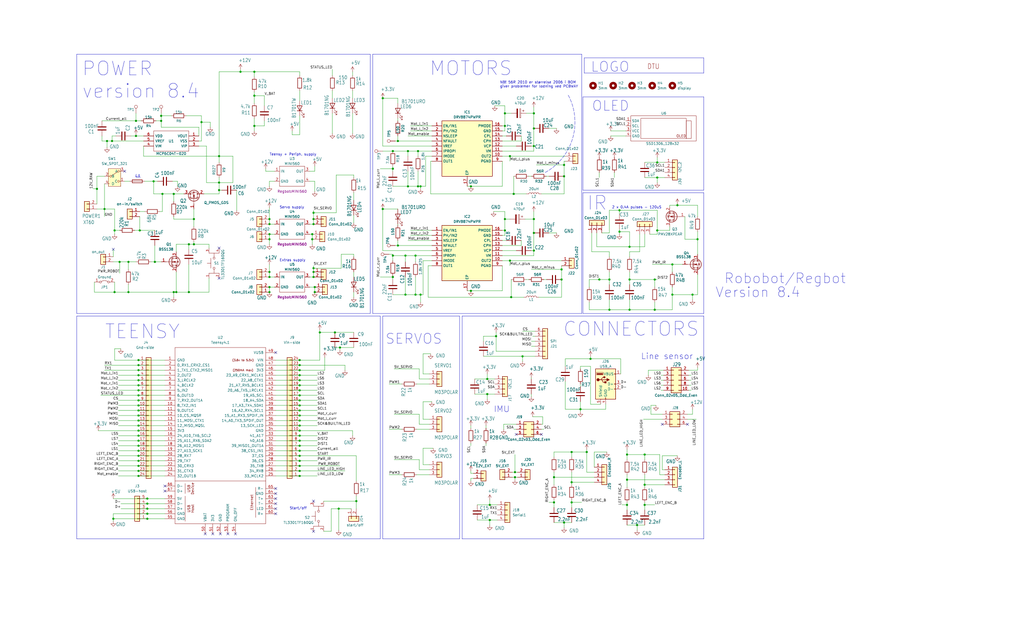
<source format=kicad_sch>
(kicad_sch (version 20230121) (generator eeschema)
  (paper "User" 516.433 316.636)
  (junction (at 69.85 196.85))
  (junction (at 279.4 253.365))
  (junction (at 259.08 97.79))
  (junction (at 135.89 118.11))
  (junction (at 331.47 81.915))
  (junction (at 69.85 207.01))
  (junction (at 325.12 229.235))
  (junction (at 69.85 240.03))
  (junction (at 317.5 140.97))
  (junction (at 245.745 191.135))
  (junction (at 74.295 259.08))
  (junction (at 74.295 254))
  (junction (at 56.515 71.12))
  (junction (at 128.27 63.5))
  (junction (at 284.48 263.525))
  (junction (at 198.12 139.7))
  (junction (at 209.55 148.59))
  (junction (at 151.13 219.71))
  (junction (at 204.47 148.59))
  (junction (at 158.115 139.7))
  (junction (at 87.63 97.79))
  (junction (at 269.24 64.77))
  (junction (at 87.63 147.32))
  (junction (at 110.49 92.075))
  (junction (at 331.47 116.205))
  (junction (at 135.89 110.49))
  (junction (at 81.28 60.96))
  (junction (at 69.85 201.93))
  (junction (at 157.48 120.65))
  (junction (at 52.705 105.41))
  (junction (at 317.5 124.46))
  (junction (at 151.13 184.15))
  (junction (at 237.49 93.98))
  (junction (at 316.23 241.935))
  (junction (at 341.63 103.505))
  (junction (at 151.13 240.03))
  (junction (at 302.26 140.97))
  (junction (at 135.89 113.03))
  (junction (at 168.91 167.64))
  (junction (at 330.2 156.21))
  (junction (at 254.635 57.15))
  (junction (at 198.12 76.2))
  (junction (at 209.55 128.905))
  (junction (at 69.85 217.17))
  (junction (at 135.89 120.65))
  (junction (at 158.115 137.16))
  (junction (at 288.29 227.965))
  (junction (at 69.85 194.31))
  (junction (at 316.23 229.235))
  (junction (at 81.915 97.79))
  (junction (at 95.25 123.19))
  (junction (at 69.85 237.49))
  (junction (at 128.27 36.195))
  (junction (at 69.85 227.33))
  (junction (at 151.13 181.61))
  (junction (at 263.525 179.705))
  (junction (at 292.735 206.375))
  (junction (at 69.85 191.77))
  (junction (at 64.77 132.08))
  (junction (at 259.715 238.125))
  (junction (at 157.48 118.11))
  (junction (at 68.58 60.96))
  (junction (at 77.47 91.44))
  (junction (at 69.85 181.61))
  (junction (at 151.13 234.95))
  (junction (at 158.115 110.49))
  (junction (at 307.34 156.21))
  (junction (at 193.04 105.41))
  (junction (at 158.115 107.315))
  (junction (at 312.42 116.84))
  (junction (at 135.89 139.7))
  (junction (at 284.48 83.185))
  (junction (at 68.58 68.58))
  (junction (at 69.85 184.15))
  (junction (at 204.47 128.905))
  (junction (at 349.25 148.59))
  (junction (at 74.295 261.62))
  (junction (at 151.13 186.69))
  (junction (at 60.325 132.08))
  (junction (at 95.25 147.32))
  (junction (at 97.79 123.19))
  (junction (at 269.24 110.49))
  (junction (at 69.85 199.39))
  (junction (at 69.85 232.41))
  (junction (at 212.09 93.98))
  (junction (at 151.13 217.17))
  (junction (at 151.13 229.87))
  (junction (at 69.85 189.23))
  (junction (at 128.27 48.26))
  (junction (at 151.13 209.55))
  (junction (at 69.85 204.47))
  (junction (at 339.09 148.59))
  (junction (at 78.105 132.08))
  (junction (at 151.13 227.33))
  (junction (at 151.13 194.31))
  (junction (at 283.21 135.89))
  (junction (at 74.295 251.46))
  (junction (at 57.785 116.205))
  (junction (at 325.12 244.475))
  (junction (at 151.13 199.39))
  (junction (at 179.705 252.73))
  (junction (at 74.295 256.54))
  (junction (at 69.85 209.55))
  (junction (at 69.85 234.95))
  (junction (at 57.785 147.32))
  (junction (at 151.13 232.41))
  (junction (at 64.77 147.32))
  (junction (at 257.175 131.445))
  (junction (at 247.015 254.635))
  (junction (at 254.635 116.205))
  (junction (at 151.13 212.09))
  (junction (at 110.49 95.885))
  (junction (at 151.13 189.23))
  (junction (at 205.74 76.2))
  (junction (at 121.285 36.195))
  (junction (at 151.13 196.85))
  (junction (at 283.21 140.97))
  (junction (at 257.175 78.74))
  (junction (at 135.89 137.16))
  (junction (at 69.85 222.25))
  (junction (at 288.29 253.365))
  (junction (at 158.115 113.03))
  (junction (at 312.42 106.045))
  (junction (at 151.13 224.79))
  (junction (at 151.13 201.93))
  (junction (at 158.75 147.32))
  (junction (at 331.47 89.535))
  (junction (at 69.85 219.71))
  (junction (at 257.81 149.86))
  (junction (at 158.115 135.255))
  (junction (at 269.24 117.475))
  (junction (at 53.975 71.12))
  (junction (at 288.29 243.205))
  (junction (at 279.4 240.665))
  (junction (at 295.91 227.965))
  (junction (at 161.29 167.64))
  (junction (at 69.85 214.63))
  (junction (at 170.815 256.54))
  (junction (at 237.49 146.685))
  (junction (at 69.85 212.09))
  (junction (at 69.85 229.87))
  (junction (at 69.85 186.69))
  (junction (at 200.66 71.12))
  (junction (at 325.12 254.635))
  (junction (at 151.13 191.77))
  (junction (at 151.13 204.47))
  (junction (at 330.2 140.97))
  (junction (at 259.715 240.665))
  (junction (at 316.23 254.635))
  (junction (at 269.24 126.365))
  (junction (at 307.34 140.97))
  (junction (at 151.13 237.49))
  (junction (at 212.09 148.59))
  (junction (at 69.85 224.79))
  (junction (at 254.635 110.49))
  (junction (at 210.82 76.2))
  (junction (at 269.24 73.66))
  (junction (at 48.895 95.25))
  (junction (at 151.13 222.25))
  (junction (at 321.31 264.795))
  (junction (at 351.79 120.65))
  (junction (at 317.5 156.21))
  (junction (at 247.015 262.255))
  (junction (at 205.74 93.98))
  (junction (at 88.9 147.32))
  (junction (at 171.45 175.26))
  (junction (at 210.82 93.98))
  (junction (at 193.04 49.53))
  (junction (at 135.89 147.32))
  (junction (at 70.485 116.205))
  (junction (at 284.48 88.9))
  (junction (at 158.75 144.78))
  (junction (at 135.89 144.78))
  (junction (at 254.635 63.5))
  (junction (at 81.28 58.42))
  (junction (at 198.12 85.09))
  (junction (at 339.09 133.35))
  (junction (at 110.49 78.74))
  (junction (at 200.66 123.825))
  (junction (at 198.12 128.905))
  (junction (at 151.13 207.01))
  (junction (at 245.745 198.755))
  (junction (at 297.815 180.975))
  (junction (at 269.24 57.15))
  (junction (at 250.19 169.545))
  (junction (at 97.79 110.49))
  (junction (at 57.15 261.62))
  (junction (at 151.13 214.63))
  (junction (at 101.6 61.595))
  (no_connect (at 110.49 140.335))
  (no_connect (at 118.745 269.24))
  (no_connect (at 139.065 251.46))
  (no_connect (at 139.065 256.54))
  (no_connect (at 139.065 254))
  (no_connect (at 139.065 246.38))
  (no_connect (at 139.065 248.92))
  (no_connect (at 346.71 213.995))
  (no_connect (at 334.01 213.995))
  (no_connect (at 114.935 269.24))
  (no_connect (at 158.115 252.73))
  (no_connect (at 57.15 125.73))
  (no_connect (at 139.065 177.8))
  (no_connect (at 110.49 125.095))
  (no_connect (at 111.125 269.24))
  (no_connect (at 158.115 267.97))
  (no_connect (at 62.865 86.36))
  (no_connect (at 260.35 219.075))
  (no_connect (at 273.05 219.075))
  (no_connect (at 107.315 269.24))
  (no_connect (at 139.065 259.08))
  (no_connect (at 83.185 245.11))
  (no_connect (at 83.185 247.65))
  (no_connect (at 103.505 269.24))
  (wire (pts (xy 267.97 135.89) (xy 283.21 135.89)))
  (wire (pts (xy 279.4 263.525) (xy 284.48 263.525)))
  (wire (pts (xy 135.89 120.65) (xy 135.89 123.19)))
  (wire (pts (xy 212.09 148.59) (xy 212.09 152.4)))
  (wire (pts (xy 110.49 78.74) (xy 117.475 78.74)))
  (wire (pts (xy 349.25 148.59) (xy 349.25 151.13)))
  (wire (pts (xy 69.85 181.61) (xy 83.185 181.61)))
  (wire (pts (xy 87.63 110.49) (xy 97.79 110.49)))
  (wire (pts (xy 297.18 156.21) (xy 307.34 156.21)))
  (wire (pts (xy 60.325 137.795) (xy 60.325 132.08)))
  (wire (pts (xy 237.49 238.76) (xy 237.49 237.49)))
  (wire (pts (xy 50.8 199.39) (xy 69.85 199.39)))
  (wire (pts (xy 59.69 209.55) (xy 69.85 209.55)))
  (wire (pts (xy 351.79 185.42) (xy 351.79 186.69)))
  (polyline (pts (xy 193.04 159.385) (xy 193.04 271.78)))
  (wire (pts (xy 69.85 224.79) (xy 83.185 224.79)))
  (wire (pts (xy 178.435 128.27) (xy 172.085 128.27)))
  (wire (pts (xy 139.065 219.71) (xy 151.13 219.71)))
  (wire (pts (xy 254 216.535) (xy 254 213.995)))
  (wire (pts (xy 57.785 147.32) (xy 64.77 147.32)))
  (wire (pts (xy 52.705 92.71) (xy 52.705 105.41)))
  (wire (pts (xy 172.085 135.255) (xy 158.115 135.255)))
  (wire (pts (xy 257.175 81.28) (xy 257.175 78.74)))
  (wire (pts (xy 102.87 97.79) (xy 110.49 97.79)))
  (wire (pts (xy 139.065 181.61) (xy 151.13 181.61)))
  (wire (pts (xy 59.69 194.31) (xy 69.85 194.31)))
  (wire (pts (xy 307.34 106.045) (xy 312.42 106.045)))
  (wire (pts (xy 151.13 201.93) (xy 160.02 201.93)))
  (wire (pts (xy 139.065 234.95) (xy 151.13 234.95)))
  (wire (pts (xy 210.185 193.675) (xy 216.535 193.675)))
  (wire (pts (xy 213.36 188.595) (xy 216.535 188.595)))
  (wire (pts (xy 128.27 63.5) (xy 133.35 63.5)))
  (wire (pts (xy 158.115 107.315) (xy 158.115 110.49)))
  (wire (pts (xy 239.395 191.135) (xy 245.745 191.135)))
  (wire (pts (xy 106.045 64.135) (xy 106.045 61.595)))
  (wire (pts (xy 316.23 264.795) (xy 321.31 264.795)))
  (wire (pts (xy 88.9 147.32) (xy 95.25 147.32)))
  (wire (pts (xy 139.065 207.01) (xy 151.13 207.01)))
  (wire (pts (xy 307.34 151.13) (xy 307.34 156.21)))
  (wire (pts (xy 325.12 244.475) (xy 335.28 244.475)))
  (wire (pts (xy 158.75 86.36) (xy 158.75 83.82)))
  (wire (pts (xy 170.815 256.54) (xy 170.815 267.335)))
  (wire (pts (xy 331.47 89.535) (xy 335.28 89.535)))
  (wire (pts (xy 177.8 217.17) (xy 177.8 219.71)))
  (wire (pts (xy 139.065 199.39) (xy 151.13 199.39)))
  (wire (pts (xy 205.74 93.98) (xy 210.82 93.98)))
  (wire (pts (xy 334.645 196.85) (xy 333.375 196.85)))
  (wire (pts (xy 70.485 109.22) (xy 70.485 116.205)))
  (wire (pts (xy 254.635 66.04) (xy 253.365 66.04)))
  (polyline (pts (xy 354.965 97.155) (xy 354.965 158.115)))
  (wire (pts (xy 309.88 86.995) (xy 309.88 89.535)))
  (wire (pts (xy 285.115 192.405) (xy 285.115 206.375)))
  (wire (pts (xy 139.065 227.33) (xy 151.13 227.33)))
  (wire (pts (xy 307.34 106.045) (xy 307.34 117.475)))
  (wire (pts (xy 269.24 117.475) (xy 269.24 126.365)))
  (wire (pts (xy 276.86 117.475) (xy 280.67 117.475)))
  (wire (pts (xy 267.97 73.66) (xy 269.24 73.66)))
  (wire (pts (xy 339.09 133.35) (xy 328.93 133.35)))
  (wire (pts (xy 250.19 177.165) (xy 269.875 177.165)))
  (wire (pts (xy 74.295 254) (xy 83.185 254)))
  (wire (pts (xy 196.215 216.535) (xy 202.565 216.535)))
  (wire (pts (xy 245.745 198.755) (xy 245.745 201.295)))
  (wire (pts (xy 156.21 118.11) (xy 157.48 118.11)))
  (wire (pts (xy 283.21 135.89) (xy 283.21 140.97)))
  (wire (pts (xy 56.515 68.58) (xy 58.42 68.58)))
  (wire (pts (xy 237.49 146.685) (xy 253.365 146.685)))
  (wire (pts (xy 284.48 81.28) (xy 284.48 83.185)))
  (wire (pts (xy 237.49 223.52) (xy 237.49 224.79)))
  (wire (pts (xy 316.23 254.635) (xy 316.23 257.175)))
  (wire (pts (xy 331.47 79.375) (xy 331.47 81.915)))
  (wire (pts (xy 331.47 106.045) (xy 331.47 116.205)))
  (wire (pts (xy 135.89 118.11) (xy 138.43 118.11)))
  (wire (pts (xy 48.895 95.25) (xy 48.895 102.87)))
  (wire (pts (xy 104.14 73.66) (xy 104.14 92.075)))
  (wire (pts (xy 139.065 201.93) (xy 151.13 201.93)))
  (wire (pts (xy 151.13 240.03) (xy 160.02 240.03)))
  (wire (pts (xy 198.12 128.905) (xy 204.47 128.905)))
  (wire (pts (xy 167.005 267.97) (xy 167.005 256.54)))
  (wire (pts (xy 56.515 71.12) (xy 72.39 71.12)))
  (wire (pts (xy 151.13 237.49) (xy 173.99 237.49)))
  (wire (pts (xy 263.525 167.005) (xy 269.875 167.005)))
  (wire (pts (xy 265.43 57.15) (xy 269.24 57.15)))
  (wire (pts (xy 171.45 175.26) (xy 171.45 176.53)))
  (wire (pts (xy 313.69 254.635) (xy 316.23 254.635)))
  (wire (pts (xy 347.345 194.31) (xy 348.615 194.31)))
  (wire (pts (xy 262.89 123.825) (xy 253.365 123.825)))
  (polyline (pts (xy 354.965 159.385) (xy 233.045 159.385)))
  (polyline (pts (xy 233.045 271.78) (xy 354.965 271.78)))
  (wire (pts (xy 334.01 229.87) (xy 334.01 236.855)))
  (wire (pts (xy 211.455 191.135) (xy 211.455 186.055)))
  (wire (pts (xy 59.69 189.23) (xy 69.85 189.23)))
  (wire (pts (xy 341.63 103.505) (xy 337.82 103.505)))
  (wire (pts (xy 59.69 222.25) (xy 69.85 222.25)))
  (wire (pts (xy 69.85 219.71) (xy 83.185 219.71)))
  (wire (pts (xy 178.435 128.27) (xy 178.435 129.54)))
  (wire (pts (xy 110.49 92.075) (xy 110.49 95.885)))
  (wire (pts (xy 254.635 118.745) (xy 253.365 118.745)))
  (wire (pts (xy 49.53 217.17) (xy 69.85 217.17)))
  (wire (pts (xy 253.365 116.205) (xy 254.635 116.205)))
  (wire (pts (xy 351.79 103.505) (xy 351.79 109.22)))
  (wire (pts (xy 292.735 184.785) (xy 292.735 186.055)))
  (wire (pts (xy 235.585 146.685) (xy 237.49 146.685)))
  (wire (pts (xy 307.975 68.58) (xy 315.595 68.58)))
  (wire (pts (xy 213.36 234.315) (xy 213.36 226.06)))
  (wire (pts (xy 209.55 148.59) (xy 209.55 139.7)))
  (wire (pts (xy 213.36 211.455) (xy 216.535 211.455)))
  (wire (pts (xy 302.26 140.335) (xy 302.26 140.97)))
  (wire (pts (xy 284.48 88.9) (xy 284.48 97.79)))
  (wire (pts (xy 274.32 140.97) (xy 275.59 140.97)))
  (wire (pts (xy 254.635 110.49) (xy 254.635 116.205)))
  (wire (pts (xy 156.21 91.44) (xy 158.75 91.44)))
  (wire (pts (xy 245.11 223.52) (xy 245.11 224.79)))
  (wire (pts (xy 312.42 116.84) (xy 312.42 118.11)))
  (wire (pts (xy 74.295 256.54) (xy 83.185 256.54)))
  (wire (pts (xy 297.815 203.835) (xy 297.815 184.785)))
  (wire (pts (xy 78.74 60.96) (xy 81.28 60.96)))
  (wire (pts (xy 279.4 238.125) (xy 279.4 240.665)))
  (wire (pts (xy 88.9 123.19) (xy 95.25 123.19)))
  (wire (pts (xy 337.82 114.3) (xy 337.82 116.205)))
  (wire (pts (xy 267.97 174.625) (xy 269.875 174.625)))
  (wire (pts (xy 69.85 184.15) (xy 83.185 184.15)))
  (wire (pts (xy 139.065 232.41) (xy 151.13 232.41)))
  (wire (pts (xy 158.115 135.255) (xy 158.115 137.16)))
  (wire (pts (xy 339.09 133.35) (xy 339.09 137.16)))
  (wire (pts (xy 334.645 194.31) (xy 333.375 194.31)))
  (wire (pts (xy 178.435 147.32) (xy 178.435 149.86)))
  (wire (pts (xy 204.47 148.59) (xy 209.55 148.59)))
  (wire (pts (xy 59.69 214.63) (xy 69.85 214.63)))
  (wire (pts (xy 213.36 211.455) (xy 213.36 202.565)))
  (polyline (pts (xy 354.965 158.115) (xy 294.005 158.115)))
  (wire (pts (xy 47.625 147.32) (xy 57.785 147.32)))
  (wire (pts (xy 157.48 120.65) (xy 157.48 123.19)))
  (wire (pts (xy 292.735 207.645) (xy 292.735 206.375)))
  (wire (pts (xy 328.295 208.915) (xy 334.01 208.915)))
  (wire (pts (xy 334.01 236.855) (xy 335.28 236.855)))
  (wire (pts (xy 269.24 53.975) (xy 269.24 57.15)))
  (wire (pts (xy 257.175 78.74) (xy 253.365 78.74)))
  (wire (pts (xy 210.82 86.36) (xy 210.82 93.98)))
  (wire (pts (xy 59.69 196.85) (xy 69.85 196.85)))
  (wire (pts (xy 198.12 93.98) (xy 205.74 93.98)))
  (wire (pts (xy 97.79 123.19) (xy 95.25 123.19)))
  (wire (pts (xy 57.785 116.205) (xy 60.325 116.205)))
  (wire (pts (xy 135.89 91.44) (xy 138.43 91.44)))
  (wire (pts (xy 317.5 127) (xy 317.5 129.54)))
  (wire (pts (xy 100.33 68.58) (xy 100.33 64.135)))
  (wire (pts (xy 139.065 196.85) (xy 151.13 196.85)))
  (wire (pts (xy 68.58 57.15) (xy 68.58 60.96)))
  (wire (pts (xy 199.39 123.825) (xy 200.66 123.825)))
  (wire (pts (xy 273.05 97.79) (xy 284.48 97.79)))
  (polyline (pts (xy 354.965 29.21) (xy 294.64 29.21)))
  (wire (pts (xy 179.705 250.19) (xy 179.705 252.73)))
  (wire (pts (xy 57.15 259.08) (xy 57.15 261.62)))
  (wire (pts (xy 204.47 132.08) (xy 204.47 128.905)))
  (wire (pts (xy 279.4 253.365) (xy 279.4 252.095)))
  (wire (pts (xy 297.815 180.975) (xy 285.115 180.975)))
  (wire (pts (xy 288.29 227.965) (xy 288.29 230.505)))
  (wire (pts (xy 303.53 117.475) (xy 307.34 117.475)))
  (wire (pts (xy 87.63 97.79) (xy 92.71 97.79)))
  (wire (pts (xy 151.13 67.945) (xy 147.32 67.945)))
  (wire (pts (xy 57.15 132.08) (xy 60.325 132.08)))
  (polyline (pts (xy 354.965 29.21) (xy 354.965 36.83)))
  (wire (pts (xy 128.27 46.355) (xy 128.27 48.26)))
  (wire (pts (xy 133.35 63.5) (xy 133.35 60.96)))
  (wire (pts (xy 312.42 106.045) (xy 312.42 107.95)))
  (wire (pts (xy 346.71 211.455) (xy 351.155 211.455)))
  (wire (pts (xy 128.27 48.26) (xy 133.35 48.26)))
  (wire (pts (xy 57.15 125.73) (xy 57.15 129.54)))
  (wire (pts (xy 139.065 214.63) (xy 151.13 214.63)))
  (wire (pts (xy 245.745 198.755) (xy 249.555 198.755)))
  (wire (pts (xy 279.4 240.665) (xy 299.72 240.665)))
  (wire (pts (xy 59.69 240.03) (xy 69.85 240.03)))
  (wire (pts (xy 168.91 167.64) (xy 178.435 167.64)))
  (wire (pts (xy 139.065 184.15) (xy 151.13 184.15)))
  (wire (pts (xy 121.285 34.925) (xy 121.285 36.195)))
  (wire (pts (xy 217.17 97.79) (xy 259.08 97.79)))
  (wire (pts (xy 196.215 128.27) (xy 198.12 128.27)))
  (wire (pts (xy 156.21 144.78) (xy 158.75 144.78)))
  (wire (pts (xy 307.34 156.21) (xy 317.5 156.21)))
  (wire (pts (xy 81.28 64.135) (xy 81.28 60.96)))
  (wire (pts (xy 57.15 261.62) (xy 57.15 262.89)))
  (polyline (pts (xy 38.735 271.78) (xy 191.77 271.78)))
  (wire (pts (xy 210.185 216.535) (xy 216.535 216.535)))
  (wire (pts (xy 200.66 113.03) (xy 200.66 113.665)))
  (wire (pts (xy 74.295 251.46) (xy 83.185 251.46)))
  (wire (pts (xy 68.58 68.58) (xy 72.39 68.58)))
  (polyline (pts (xy 187.96 27.305) (xy 187.96 158.115)))
  (wire (pts (xy 66.04 68.58) (xy 68.58 68.58)))
  (wire (pts (xy 151.13 194.31) (xy 160.02 194.31)))
  (wire (pts (xy 211.455 231.775) (xy 198.755 231.775)))
  (wire (pts (xy 211.455 213.995) (xy 211.455 208.915)))
  (wire (pts (xy 60.96 254) (xy 74.295 254)))
  (wire (pts (xy 69.85 209.55) (xy 83.185 209.55)))
  (wire (pts (xy 334.01 211.455) (xy 324.485 211.455)))
  (wire (pts (xy 72.39 78.74) (xy 110.49 78.74)))
  (wire (pts (xy 316.23 239.395) (xy 316.23 241.935)))
  (wire (pts (xy 253.365 81.28) (xy 253.365 93.98)))
  (wire (pts (xy 59.69 201.93) (xy 69.85 201.93)))
  (wire (pts (xy 70.485 116.205) (xy 78.105 116.205)))
  (wire (pts (xy 139.065 237.49) (xy 151.13 237.49)))
  (wire (pts (xy 259.715 229.235) (xy 259.715 238.125)))
  (polyline (pts (xy 186.69 158.115) (xy 186.69 27.305)))
  (wire (pts (xy 64.77 132.08) (xy 64.77 135.89)))
  (wire (pts (xy 213.36 202.565) (xy 217.805 202.565)))
  (wire (pts (xy 332.74 239.395) (xy 332.74 229.235)))
  (wire (pts (xy 100.33 64.135) (xy 81.28 64.135)))
  (wire (pts (xy 57.785 142.24) (xy 57.785 147.32)))
  (wire (pts (xy 69.85 191.77) (xy 83.185 191.77)))
  (wire (pts (xy 147.32 67.945) (xy 147.32 66.04)))
  (wire (pts (xy 200.66 49.53) (xy 200.66 52.07)))
  (wire (pts (xy 351.79 148.59) (xy 349.25 148.59)))
  (wire (pts (xy 199.39 71.12) (xy 200.66 71.12)))
  (wire (pts (xy 257.81 140.97) (xy 257.81 149.86)))
  (wire (pts (xy 288.29 243.205) (xy 288.29 244.475)))
  (wire (pts (xy 306.07 227.965) (xy 299.72 227.965)))
  (wire (pts (xy 135.89 137.16) (xy 135.89 139.7)))
  (wire (pts (xy 73.025 91.44) (xy 77.47 91.44)))
  (wire (pts (xy 285.115 206.375) (xy 292.735 206.375)))
  (wire (pts (xy 167.64 45.72) (xy 167.64 49.53)))
  (wire (pts (xy 307.975 66.04) (xy 315.595 66.04)))
  (wire (pts (xy 163.195 267.97) (xy 167.005 267.97)))
  (wire (pts (xy 253.365 133.985) (xy 253.365 146.685)))
  (wire (pts (xy 47.625 142.24) (xy 47.625 147.32)))
  (wire (pts (xy 312.42 115.57) (xy 312.42 116.84)))
  (wire (pts (xy 331.47 118.11) (xy 327.66 118.11)))
  (wire (pts (xy 279.4 240.665) (xy 279.4 244.475)))
  (wire (pts (xy 209.55 128.905) (xy 217.805 128.905)))
  (wire (pts (xy 64.77 147.32) (xy 87.63 147.32)))
  (wire (pts (xy 211.455 208.915) (xy 198.755 208.915)))
  (wire (pts (xy 135.89 144.78) (xy 138.43 144.78)))
  (wire (pts (xy 260.985 240.665) (xy 259.715 240.665)))
  (wire (pts (xy 276.86 64.77) (xy 280.67 64.77)))
  (wire (pts (xy 69.85 234.95) (xy 83.185 234.95)))
  (wire (pts (xy 317.5 156.21) (xy 330.2 156.21)))
  (wire (pts (xy 121.285 36.195) (xy 128.27 36.195)))
  (wire (pts (xy 328.295 204.47) (xy 328.295 208.915)))
  (wire (pts (xy 325.12 229.235) (xy 332.74 229.235)))
  (polyline (pts (xy 187.96 158.115) (xy 293.37 158.115)))
  (polyline (pts (xy 294.005 95.885) (xy 354.965 95.885)))
  (wire (pts (xy 110.49 36.195) (xy 110.49 78.74)))
  (wire (pts (xy 139.065 240.03) (xy 151.13 240.03)))
  (polyline (pts (xy 233.045 159.385) (xy 233.045 271.78)))
  (wire (pts (xy 337.82 103.505) (xy 337.82 104.14)))
  (wire (pts (xy 59.69 207.01) (xy 69.85 207.01)))
  (wire (pts (xy 70.485 106.68) (xy 73.025 106.68)))
  (wire (pts (xy 177.8 45.72) (xy 177.8 49.53)))
  (wire (pts (xy 97.79 121.92) (xy 97.79 123.19)))
  (wire (pts (xy 169.545 107.315) (xy 158.115 107.315)))
  (wire (pts (xy 253.365 73.66) (xy 260.35 73.66)))
  (wire (pts (xy 245.11 214.63) (xy 245.11 215.9)))
  (wire (pts (xy 212.09 95.25) (xy 212.09 93.98)))
  (wire (pts (xy 316.23 254.635) (xy 316.23 253.365)))
  (wire (pts (xy 248.92 106.68) (xy 254.635 106.68)))
  (wire (pts (xy 217.805 123.825) (xy 200.66 123.825)))
  (wire (pts (xy 57.15 251.46) (xy 74.295 251.46)))
  (wire (pts (xy 88.9 127) (xy 88.9 123.19)))
  (wire (pts (xy 273.05 216.535) (xy 274.32 216.535)))
  (wire (pts (xy 69.85 222.25) (xy 83.185 222.25)))
  (wire (pts (xy 59.69 219.71) (xy 69.85 219.71)))
  (wire (pts (xy 52.705 186.69) (xy 69.85 186.69)))
  (wire (pts (xy 59.69 234.95) (xy 69.85 234.95)))
  (wire (pts (xy 300.99 117.475) (xy 300.99 124.46)))
  (wire (pts (xy 151.13 212.09) (xy 160.02 212.09)))
  (wire (pts (xy 288.29 238.125) (xy 288.29 243.205)))
  (wire (pts (xy 295.91 238.125) (xy 295.91 227.965)))
  (wire (pts (xy 151.13 196.85) (xy 160.02 196.85)))
  (wire (pts (xy 263.525 179.705) (xy 269.875 179.705)))
  (wire (pts (xy 321.31 264.795) (xy 321.31 267.335)))
  (wire (pts (xy 253.365 68.58) (xy 255.27 68.58)))
  (wire (pts (xy 163.195 252.73) (xy 179.705 252.73)))
  (wire (pts (xy 211.455 186.055) (xy 198.755 186.055)))
  (wire (pts (xy 135.89 144.78) (xy 135.89 147.32)))
  (wire (pts (xy 250.19 167.64) (xy 250.19 169.545)))
  (wire (pts (xy 351.79 186.69) (xy 347.345 186.69)))
  (wire (pts (xy 69.85 196.85) (xy 83.185 196.85)))
  (wire (pts (xy 158.115 133.985) (xy 158.115 135.255)))
  (wire (pts (xy 139.065 209.55) (xy 151.13 209.55)))
  (wire (pts (xy 247.015 252.095) (xy 247.015 254.635)))
  (wire (pts (xy 89.535 91.44) (xy 89.535 93.98)))
  (wire (pts (xy 52.705 105.41) (xy 57.785 105.41)))
  (wire (pts (xy 48.895 88.9) (xy 48.895 95.25)))
  (wire (pts (xy 81.28 58.42) (xy 81.28 60.96)))
  (wire (pts (xy 351.79 148.59) (xy 351.79 138.43)))
  (polyline (pts (xy 354.965 48.895) (xy 354.965 95.885)))
  (polyline (pts (xy 38.735 27.305) (xy 38.735 158.115)))
  (wire (pts (xy 196.215 193.675) (xy 202.565 193.675)))
  (wire (pts (xy 69.85 232.41) (xy 83.185 232.41)))
  (wire (pts (xy 257.175 78.74) (xy 285.115 78.74)))
  (wire (pts (xy 77.47 91.44) (xy 77.47 97.79)))
  (wire (pts (xy 207.01 118.745) (xy 217.805 118.745)))
  (wire (pts (xy 158.75 144.78) (xy 158.75 147.32)))
  (wire (pts (xy 279.4 227.965) (xy 288.29 227.965)))
  (wire (pts (xy 135.89 133.35) (xy 135.89 137.16)))
  (wire (pts (xy 205.74 121.285) (xy 217.805 121.285)))
  (wire (pts (xy 135.89 139.7) (xy 138.43 139.7)))
  (wire (pts (xy 69.85 194.31) (xy 83.185 194.31)))
  (wire (pts (xy 110.49 78.74) (xy 110.49 81.915)))
  (wire (pts (xy 213.36 226.06) (xy 218.44 226.06)))
  (wire (pts (xy 72.39 73.66) (xy 72.39 78.74)))
  (wire (pts (xy 167.64 34.925) (xy 167.64 38.1)))
  (wire (pts (xy 178.435 97.155) (xy 178.435 100.965)))
  (wire (pts (xy 151.13 45.72) (xy 151.13 50.8)))
  (wire (pts (xy 245.745 188.595) (xy 245.745 191.135)))
  (wire (pts (xy 297.815 179.705) (xy 297.815 180.975)))
  (wire (pts (xy 128.27 48.26) (xy 128.27 52.07)))
  (polyline (pts (xy 191.77 159.385) (xy 38.735 159.385)))
  (wire (pts (xy 327.025 186.69) (xy 327.025 189.23)))
  (wire (pts (xy 151.13 209.55) (xy 160.02 209.55)))
  (wire (pts (xy 64.77 143.51) (xy 64.77 147.32)))
  (wire (pts (xy 257.81 57.15) (xy 254.635 57.15)))
  (wire (pts (xy 325.12 254.635) (xy 330.2 254.635)))
  (wire (pts (xy 69.85 204.47) (xy 83.185 204.47)))
  (wire (pts (xy 264.795 110.49) (xy 269.24 110.49)))
  (wire (pts (xy 258.445 240.665) (xy 259.715 240.665)))
  (wire (pts (xy 262.89 71.12) (xy 253.365 71.12)))
  (wire (pts (xy 151.13 227.33) (xy 160.02 227.33)))
  (wire (pts (xy 347.345 191.77) (xy 348.615 191.77)))
  (polyline (pts (xy 294.005 97.155) (xy 294.005 158.115)))
  (wire (pts (xy 128.27 59.69) (xy 128.27 63.5)))
  (wire (pts (xy 56.515 68.58) (xy 56.515 71.12)))
  (wire (pts (xy 245.745 191.135) (xy 249.555 191.135)))
  (wire (pts (xy 95.25 133.35) (xy 95.25 147.32)))
  (wire (pts (xy 213.36 234.315) (xy 216.535 234.315)))
  (wire (pts (xy 257.175 133.985) (xy 257.175 131.445)))
  (wire (pts (xy 53.975 71.12) (xy 53.975 74.295)))
  (wire (pts (xy 151.13 186.69) (xy 163.83 186.69)))
  (wire (pts (xy 110.49 95.885) (xy 110.49 97.79)))
  (wire (pts (xy 267.97 172.085) (xy 269.875 172.085)))
  (wire (pts (xy 59.69 212.09) (xy 69.85 212.09)))
  (wire (pts (xy 335.28 239.395) (xy 332.74 239.395)))
  (wire (pts (xy 265.43 140.97) (xy 266.7 140.97)))
  (wire (pts (xy 178.435 88.265) (xy 169.545 88.265)))
  (wire (pts (xy 250.19 177.165) (xy 250.19 169.545)))
  (wire (pts (xy 161.29 166.37) (xy 161.29 167.64)))
  (wire (pts (xy 334.645 186.69) (xy 327.025 186.69)))
  (wire (pts (xy 57.785 181.61) (xy 57.785 175.895)))
  (polyline (pts (xy 231.775 159.385) (xy 231.775 271.78)))
  (wire (pts (xy 128.27 63.5) (xy 128.27 66.04)))
  (wire (pts (xy 295.91 227.965) (xy 295.91 226.695)))
  (wire (pts (xy 247.015 254.635) (xy 250.825 254.635)))
  (wire (pts (xy 317.5 143.51) (xy 317.5 140.97)))
  (wire (pts (xy 135.89 91.44) (xy 135.89 93.98)))
  (wire (pts (xy 161.29 167.64) (xy 161.29 181.61)))
  (wire (pts (xy 110.49 92.075) (xy 117.475 92.075)))
  (wire (pts (xy 200.66 71.12) (xy 200.66 68.58)))
  (wire (pts (xy 53.975 71.12) (xy 56.515 71.12)))
  (wire (pts (xy 254.635 53.34) (xy 254.635 57.15)))
  (wire (pts (xy 260.35 216.535) (xy 259.08 216.535)))
  (wire (pts (xy 191.77 85.09) (xy 198.12 85.09)))
  (wire (pts (xy 349.25 208.915) (xy 349.25 206.375)))
  (wire (pts (xy 217.805 126.365) (xy 193.04 126.365)))
  (wire (pts (xy 178.435 137.16) (xy 178.435 139.7)))
  (wire (pts (xy 179.705 229.87) (xy 179.705 242.57)))
  (wire (pts (xy 87.63 97.79) (xy 87.63 101.6)))
  (wire (pts (xy 269.875 169.545) (xy 268.605 169.545)))
  (wire (pts (xy 198.12 128.905) (xy 198.12 131.445)))
  (polyline (pts (xy 193.04 271.78) (xy 231.775 271.78)))
  (wire (pts (xy 325.12 254.635) (xy 325.12 257.175)))
  (wire (pts (xy 339.09 133.35) (xy 344.17 133.35)))
  (wire (pts (xy 67.945 116.205) (xy 70.485 116.205)))
  (wire (pts (xy 288.29 253.365) (xy 288.29 252.095)))
  (polyline (pts (xy 293.37 27.305) (xy 187.96 27.305)))
  (wire (pts (xy 316.23 229.235) (xy 316.23 226.695)))
  (wire (pts (xy 247.015 262.255) (xy 247.015 264.795)))
  (wire (pts (xy 213.36 188.595) (xy 213.36 178.435)))
  (wire (pts (xy 214.63 78.74) (xy 217.805 78.74)))
  (wire (pts (xy 209.55 148.59) (xy 212.09 148.59)))
  (wire (pts (xy 302.895 203.835) (xy 297.815 203.835)))
  (wire (pts (xy 151.13 222.25) (xy 160.02 222.25)))
  (wire (pts (xy 68.58 60.96) (xy 71.12 60.96)))
  (wire (pts (xy 128.27 36.195) (xy 128.27 38.735)))
  (wire (pts (xy 259.08 88.9) (xy 259.08 97.79)))
  (wire (pts (xy 267.97 190.5) (xy 267.97 191.135)))
  (wire (pts (xy 59.69 224.79) (xy 69.85 224.79)))
  (wire (pts (xy 207.01 116.205) (xy 217.805 116.205)))
  (wire (pts (xy 133.985 86.36) (xy 138.43 86.36)))
  (wire (pts (xy 347.345 189.23) (xy 348.615 189.23)))
  (wire (pts (xy 158.115 106.045) (xy 158.115 107.315)))
  (wire (pts (xy 110.49 95.885) (xy 111.76 95.885)))
  (wire (pts (xy 307.34 137.16) (xy 307.34 140.97)))
  (wire (pts (xy 313.055 180.975) (xy 297.815 180.975)))
  (wire (pts (xy 169.545 88.265) (xy 169.545 107.315)))
  (wire (pts (xy 325.12 239.395) (xy 325.12 244.475)))
  (wire (pts (xy 69.85 189.23) (xy 83.185 189.23)))
  (wire (pts (xy 325.12 244.475) (xy 325.12 245.745)))
  (wire (pts (xy 292.735 206.375) (xy 292.735 202.565)))
  (wire (pts (xy 74.295 259.08) (xy 83.185 259.08)))
  (wire (pts (xy 178.435 108.585) (xy 178.435 112.395)))
  (wire (pts (xy 60.96 256.54) (xy 74.295 256.54)))
  (wire (pts (xy 198.12 83.82) (xy 198.12 85.09)))
  (wire (pts (xy 69.85 199.39) (xy 83.185 199.39)))
  (wire (pts (xy 316.23 231.775) (xy 316.23 229.235)))
  (wire (pts (xy 57.15 261.62) (xy 74.295 261.62)))
  (wire (pts (xy 254 213.995) (xy 260.35 213.995)))
  (wire (pts (xy 51.435 68.58) (xy 51.435 71.12)))
  (wire (pts (xy 257.175 131.445) (xy 283.21 131.445)))
  (wire (pts (xy 339.09 156.21) (xy 330.2 156.21)))
  (polyline (pts (xy 191.77 159.385) (xy 191.77 271.78)))
  (wire (pts (xy 80.645 106.68) (xy 81.915 106.68)))
  (wire (pts (xy 266.7 88.9) (xy 267.97 88.9)))
  (wire (pts (xy 88.9 147.32) (xy 88.9 137.16)))
  (wire (pts (xy 339.09 144.78) (xy 339.09 148.59)))
  (wire (pts (xy 78.105 123.825) (xy 78.105 132.08)))
  (wire (pts (xy 288.29 253.365) (xy 288.29 255.905)))
  (wire (pts (xy 217.805 73.66) (xy 193.04 73.66)))
  (wire (pts (xy 100.33 73.66) (xy 104.14 73.66)))
  (wire (pts (xy 257.81 149.86) (xy 264.16 149.86)))
  (wire (pts (xy 317.5 140.97) (xy 330.2 140.97)))
  (wire (pts (xy 307.34 127) (xy 307.34 129.54)))
  (wire (pts (xy 330.2 140.97) (xy 330.2 144.78)))
  (wire (pts (xy 273.685 213.995) (xy 273.685 210.185)))
  (wire (pts (xy 151.13 234.95) (xy 171.45 234.95)))
  (wire (pts (xy 62.865 91.44) (xy 65.405 91.44)))
  (wire (pts (xy 210.185 239.395) (xy 216.535 239.395)))
  (wire (pts (xy 235.585 93.98) (xy 237.49 93.98)))
  (wire (pts (xy 285.115 81.28) (xy 284.48 81.28)))
  (wire (pts (xy 60.325 132.08) (xy 64.77 132.08)))
  (wire (pts (xy 177.8 67.31) (xy 177.8 57.15)))
  (wire (pts (xy 267.97 198.755) (xy 267.97 200.025)))
  (wire (pts (xy 46.99 95.25) (xy 48.895 95.25)))
  (wire (pts (xy 198.12 86.36) (xy 198.12 85.09)))
  (wire (pts (xy 213.36 148.59) (xy 212.09 148.59)))
  (wire (pts (xy 216.535 236.855) (xy 211.455 236.855)))
  (wire (pts (xy 81.28 58.42) (xy 86.36 58.42)))
  (wire (pts (xy 135.89 118.11) (xy 135.89 120.65)))
  (wire (pts (xy 163.83 186.69) (xy 163.83 180.34)))
  (wire (pts (xy 151.13 217.17) (xy 177.8 217.17)))
  (wire (pts (xy 57.785 181.61) (xy 69.85 181.61)))
  (wire (pts (xy 97.79 105.41) (xy 97.79 110.49)))
  (wire (pts (xy 97.79 110.49) (xy 97.79 114.3)))
  (wire (pts (xy 193.04 49.53) (xy 193.04 73.66)))
  (wire (pts (xy 269.24 110.49) (xy 269.24 117.475)))
  (wire (pts (xy 284.48 83.185) (xy 284.48 88.9)))
  (wire (pts (xy 139.065 189.23) (xy 151.13 189.23)))
  (wire (pts (xy 325.12 89.535) (xy 331.47 89.535)))
  (wire (pts (xy 316.23 241.935) (xy 335.28 241.935)))
  (wire (pts (xy 269.24 126.365) (xy 269.24 128.905)))
  (wire (pts (xy 139.065 222.25) (xy 151.13 222.25)))
  (wire (pts (xy 253.365 126.365) (xy 260.35 126.365)))
  (wire (pts (xy 307.34 143.51) (xy 307.34 140.97)))
  (wire (pts (xy 210.82 76.2) (xy 210.82 78.74)))
  (wire (pts (xy 258.445 238.125) (xy 259.715 238.125)))
  (wire (pts (xy 69.85 229.87) (xy 83.185 229.87)))
  (wire (pts (xy 177.8 36.195) (xy 177.8 38.1)))
  (wire (pts (xy 81.28 57.15) (xy 81.28 58.42)))
  (wire (pts (xy 259.08 97.79) (xy 265.43 97.79)))
  (wire (pts (xy 313.055 188.595) (xy 313.055 180.975)))
  (wire (pts (xy 262.89 68.58) (xy 262.89 71.12)))
  (wire (pts (xy 312.42 116.84) (xy 317.5 116.84)))
  (wire (pts (xy 339.09 148.59) (xy 339.09 156.21)))
  (wire (pts (xy 198.12 76.2) (xy 205.74 76.2)))
  (polyline (pts (xy 38.735 158.115) (xy 186.69 158.115)))
  (wire (pts (xy 215.9 133.985) (xy 217.805 133.985)))
  (wire (pts (xy 270.51 83.185) (xy 284.48 83.185)))
  (wire (pts (xy 157.48 118.11) (xy 157.48 120.65)))
  (wire (pts (xy 151.13 58.42) (xy 151.13 67.945)))
  (polyline (pts (xy 294.64 29.21) (xy 294.64 36.83)))
  (wire (pts (xy 158.115 137.16) (xy 158.115 139.7)))
  (wire (pts (xy 330.2 140.97) (xy 331.47 140.97)))
  (wire (pts (xy 257.175 110.49) (xy 254.635 110.49)))
  (wire (pts (xy 158.115 110.49) (xy 158.115 113.03)))
  (wire (pts (xy 217.805 71.12) (xy 200.66 71.12)))
  (wire (pts (xy 167.005 256.54) (xy 170.815 256.54)))
  (wire (pts (xy 210.82 76.2) (xy 217.805 76.2)))
  (wire (pts (xy 77.47 91.44) (xy 79.375 91.44)))
  (wire (pts (xy 87.63 109.22) (xy 87.63 110.49)))
  (wire (pts (xy 273.685 210.185) (xy 268.605 210.185)))
  (wire (pts (xy 345.44 120.65) (xy 351.79 120.65)))
  (wire (pts (xy 254.635 57.15) (xy 254.635 63.5)))
  (wire (pts (xy 316.23 241.935) (xy 316.23 245.745)))
  (wire (pts (xy 78.105 132.08) (xy 81.28 132.08)))
  (wire (pts (xy 297.18 152.4) (xy 297.18 156.21)))
  (wire (pts (xy 254.635 116.205) (xy 254.635 118.745)))
  (wire (pts (xy 317.5 116.84) (xy 317.5 124.46)))
  (wire (pts (xy 284.48 263.525) (xy 284.48 266.065)))
  (wire (pts (xy 51.435 71.12) (xy 53.975 71.12)))
  (wire (pts (xy 151.13 232.41) (xy 160.02 232.41)))
  (wire (pts (xy 81.915 97.79) (xy 87.63 97.79)))
  (wire (pts (xy 179.705 252.73) (xy 179.705 256.54)))
  (wire (pts (xy 298.45 127) (xy 298.45 117.475)))
  (wire (pts (xy 247.015 262.255) (xy 250.825 262.255)))
  (wire (pts (xy 204.47 139.7) (xy 204.47 148.59)))
  (wire (pts (xy 69.85 214.63) (xy 83.185 214.63)))
  (wire (pts (xy 139.065 204.47) (xy 151.13 204.47)))
  (wire (pts (xy 217.17 81.28) (xy 217.17 97.79)))
  (wire (pts (xy 139.065 224.79) (xy 151.13 224.79)))
  (wire (pts (xy 128.27 36.195) (xy 151.13 36.195)))
  (wire (pts (xy 297.815 184.785) (xy 292.735 184.785)))
  (wire (pts (xy 77.47 97.79) (xy 81.915 97.79)))
  (wire (pts (xy 299.72 227.965) (xy 299.72 235.585)))
  (polyline (pts (xy 293.37 158.115) (xy 293.37 27.305)))
  (wire (pts (xy 139.065 186.69) (xy 151.13 186.69)))
  (wire (pts (xy 269.24 73.66) (xy 269.24 76.2)))
  (wire (pts (xy 193.04 105.41) (xy 200.66 105.41)))
  (wire (pts (xy 69.85 237.49) (xy 83.185 237.49)))
  (wire (pts (xy 288.29 227.965) (xy 295.91 227.965)))
  (wire (pts (xy 305.435 203.835) (xy 305.435 206.375)))
  (wire (pts (xy 59.69 229.87) (xy 69.85 229.87)))
  (wire (pts (xy 151.13 36.195) (xy 151.13 38.1)))
  (wire (pts (xy 59.69 232.41) (xy 69.85 232.41)))
  (wire (pts (xy 259.715 240.665) (xy 259.715 241.935)))
  (wire (pts (xy 341.63 229.87) (xy 334.01 229.87)))
  (wire (pts (xy 325.12 254.635) (xy 325.12 253.365)))
  (wire (pts (xy 106.045 61.595) (xy 101.6 61.595)))
  (wire (pts (xy 101.6 61.595) (xy 101.6 58.42)))
  (wire (pts (xy 276.86 253.365) (xy 279.4 253.365)))
  (wire (pts (xy 243.84 169.545) (xy 250.19 169.545)))
  (wire (pts (xy 325.12 124.46) (xy 325.12 118.11)))
  (wire (pts (xy 302.26 86.995) (xy 302.26 89.535)))
  (wire (pts (xy 95.25 123.19) (xy 95.25 125.73)))
  (wire (pts (xy 240.665 254.635) (xy 247.015 254.635)))
  (wire (pts (xy 178.435 88.265) (xy 178.435 89.535)))
  (wire (pts (xy 334.645 189.23) (xy 333.375 189.23)))
  (wire (pts (xy 288.29 243.205) (xy 299.72 243.205)))
  (wire (pts (xy 105.41 147.32) (xy 95.25 147.32)))
  (polyline (pts (xy 231.775 159.385) (xy 193.04 159.385)))
  (wire (pts (xy 292.735 193.675) (xy 292.735 194.945)))
  (wire (pts (xy 302.26 140.97) (xy 297.18 140.97)))
  (wire (pts (xy 331.47 89.535) (xy 331.47 92.075)))
  (wire (pts (xy 135.89 104.775) (xy 135.89 110.49)))
  (wire (pts (xy 133.35 53.34) (xy 133.35 48.26)))
  (polyline (pts (xy 354.965 271.78) (xy 354.965 159.385)))
  (wire (pts (xy 51.435 60.96) (xy 68.58 60.96)))
  (wire (pts (xy 151.13 181.61) (xy 161.29 181.61)))
  (wire (pts (xy 48.895 105.41) (xy 52.705 105.41)))
  (wire (pts (xy 200.66 123.825) (xy 200.66 121.285)))
  (wire (pts (xy 254.635 106.68) (xy 254.635 110.49)))
  (wire (pts (xy 104.14 92.075) (xy 110.49 92.075)))
  (wire (pts (xy 321.31 264.795) (xy 325.12 264.795)))
  (wire (pts (xy 279.4 253.365) (xy 279.4 255.905)))
  (wire (pts (xy 346.71 208.915) (xy 349.25 208.915)))
  (wire (pts (xy 317.5 156.21) (xy 317.5 151.13)))
  (wire (pts (xy 307.34 127) (xy 298.45 127)))
  (wire (pts (xy 297.18 140.97) (xy 297.18 144.78)))
  (wire (pts (xy 205.74 76.2) (xy 210.82 76.2)))
  (wire (pts (xy 167.64 57.15) (xy 167.64 67.31)))
  (wire (pts (xy 243.84 169.545) (xy 243.84 172.085)))
  (wire (pts (xy 288.29 253.365) (xy 293.37 253.365)))
  (wire (pts (xy 205.74 68.58) (xy 217.805 68.58)))
  (wire (pts (xy 325.12 81.915) (xy 331.47 81.915)))
  (wire (pts (xy 81.915 106.68) (xy 81.915 97.79)))
  (wire (pts (xy 151.13 224.79) (xy 160.02 224.79)))
  (polyline (pts (xy 186.69 27.305) (xy 38.735 27.305)))
  (wire (pts (xy 330.2 152.4) (xy 330.2 156.21)))
  (wire (pts (xy 273.05 213.995) (xy 273.685 213.995)))
  (wire (pts (xy 269.24 128.905) (xy 253.365 128.905)))
  (wire (pts (xy 198.12 148.59) (xy 204.47 148.59)))
  (wire (pts (xy 347.345 196.85) (xy 348.615 196.85)))
  (polyline (pts (xy 38.735 159.385) (xy 38.735 271.78)))
  (wire (pts (xy 198.12 139.7) (xy 198.12 140.97)))
  (wire (pts (xy 209.55 128.905) (xy 209.55 132.08)))
  (wire (pts (xy 173.99 184.15) (xy 173.99 186.69)))
  (wire (pts (xy 216.535 191.135) (xy 211.455 191.135)))
  (wire (pts (xy 262.89 121.285) (xy 262.89 123.825)))
  (wire (pts (xy 59.69 237.49) (xy 69.85 237.49)))
  (wire (pts (xy 205.74 86.36) (xy 205.74 93.98)))
  (wire (pts (xy 151.13 199.39) (xy 160.02 199.39)))
  (wire (pts (xy 57.785 175.895) (xy 60.96 175.895)))
  (wire (pts (xy 52.705 184.15) (xy 69.85 184.15)))
  (wire (pts (xy 151.13 204.47) (xy 160.02 204.47)))
  (wire (pts (xy 193.04 76.2) (xy 198.12 76.2)))
  (wire (pts (xy 213.36 178.435) (xy 217.17 178.435)))
  (wire (pts (xy 331.47 118.11) (xy 331.47 116.205)))
  (wire (pts (xy 322.58 127) (xy 322.58 118.11)))
  (wire (pts (xy 59.69 191.77) (xy 69.85 191.77)))
  (wire (pts (xy 69.85 207.01) (xy 83.185 207.01)))
  (wire (pts (xy 69.85 186.69) (xy 83.185 186.69)))
  (wire (pts (xy 295.91 238.125) (xy 299.72 238.125)))
  (wire (pts (xy 351.79 116.84) (xy 351.79 120.65)))
  (wire (pts (xy 74.295 261.62) (xy 83.185 261.62)))
  (wire (pts (xy 316.23 229.235) (xy 325.12 229.235)))
  (wire (pts (xy 307.34 140.97) (xy 302.26 140.97)))
  (wire (pts (xy 57.15 259.08) (xy 74.295 259.08)))
  (wire (pts (xy 215.9 149.86) (xy 257.81 149.86)))
  (wire (pts (xy 52.705 109.22) (xy 52.705 105.41)))
  (polyline (pts (xy 294.005 48.895) (xy 294.005 95.885)))
  (wire (pts (xy 351.79 103.505) (xy 341.63 103.505)))
  (wire (pts (xy 139.065 194.31) (xy 151.13 194.31)))
  (wire (pts (xy 133.985 85.09) (xy 133.985 86.36)))
  (wire (pts (xy 253.365 121.285) (xy 255.27 121.285)))
  (wire (pts (xy 253.365 131.445) (xy 257.175 131.445)))
  (wire (pts (xy 193.04 105.41) (xy 193.04 126.365)))
  (wire (pts (xy 86.995 91.44) (xy 89.535 91.44)))
  (wire (pts (xy 239.395 198.755) (xy 245.745 198.755)))
  (wire (pts (xy 105.41 123.19) (xy 97.79 123.19)))
  (wire (pts (xy 161.29 167.64) (xy 168.91 167.64)))
  (wire (pts (xy 151.13 219.71) (xy 160.02 219.71)))
  (wire (pts (xy 198.12 139.065) (xy 198.12 139.7)))
  (wire (pts (xy 69.85 217.17) (xy 83.185 217.17)))
  (wire (pts (xy 328.295 204.47) (xy 330.835 204.47)))
  (wire (pts (xy 139.065 217.17) (xy 151.13 217.17)))
  (wire (pts (xy 237.49 93.98) (xy 253.365 93.98)))
  (wire (pts (xy 59.69 227.33) (xy 69.85 227.33)))
  (wire (pts (xy 283.21 140.97) (xy 283.21 149.86)))
  (wire (pts (xy 259.715 238.125) (xy 260.985 238.125)))
  (wire (pts (xy 200.66 59.69) (xy 200.66 60.96)))
  (wire (pts (xy 339.09 148.59) (xy 349.25 148.59)))
  (wire (pts (xy 204.47 128.905) (xy 209.55 128.905)))
  (wire (pts (xy 263.525 179.705) (xy 263.525 182.245)))
  (wire (pts (xy 271.78 149.86) (xy 283.21 149.86)))
  (wire (pts (xy 105.41 140.335) (xy 105.41 147.32)))
  (wire (pts (xy 345.44 109.22) (xy 345.44 120.65)))
  (wire (pts (xy 191.77 139.7) (xy 198.12 139.7)))
  (wire (pts (xy 110.49 36.195) (xy 121.285 36.195)))
  (wire (pts (xy 156.21 86.36) (xy 158.75 86.36)))
  (wire (pts (xy 198.12 128.27) (xy 198.12 128.905)))
  (wire (pts (xy 267.97 126.365) (xy 269.24 126.365)))
  (wire (pts (xy 139.065 212.09) (xy 151.13 212.09)))
  (wire (pts (xy 253.365 63.5) (xy 254.635 63.5)))
  (wire (pts (xy 216.535 213.995) (xy 211.455 213.995)))
  (wire (pts (xy 240.665 262.255) (xy 247.015 262.255)))
  (wire (pts (xy 337.82 116.205) (xy 331.47 116.205)))
  (wire (pts (xy 215.9 133.985) (xy 215.9 149.86)))
  (wire (pts (xy 269.24 64.77) (xy 269.24 73.66)))
  (wire (pts (xy 151.13 229.87) (xy 179.705 229.87)))
  (wire (pts (xy 269.24 106.68) (xy 269.24 110.49)))
  (wire (pts (xy 151.13 207.01) (xy 160.02 207.01)))
  (wire (pts (xy 170.815 256.54) (xy 177.165 256.54)))
  (wire (pts (xy 300.99 124.46) (xy 317.5 124.46)))
  (wire (pts (xy 69.85 212.09) (xy 83.185 212.09)))
  (wire (pts (xy 207.01 63.5) (xy 217.805 63.5)))
  (wire (pts (xy 151.13 214.63) (xy 160.02 214.63)))
  (wire (pts (xy 214.63 93.98) (xy 212.09 93.98)))
  (polyline (pts (xy 294.005 97.155) (xy 354.965 97.155)))
  (wire (pts (xy 317.5 137.16) (xy 317.5 140.97)))
  (wire (pts (xy 117.475 78.74) (xy 117.475 92.075)))
  (wire (pts (xy 69.85 227.33) (xy 83.185 227.33)))
  (polyline (pts (xy 294.64 36.83) (xy 354.965 36.83)))
  (wire (pts (xy 101.6 71.12) (xy 101.6 61.595)))
  (wire (pts (xy 105.41 125.095) (xy 105.41 123.19)))
  (wire (pts (xy 238.76 241.3) (xy 237.49 241.3)))
  (wire (pts (xy 213.36 131.445) (xy 213.36 148.59)))
  (wire (pts (xy 158.75 91.44) (xy 158.75 96.52)))
  (wire (pts (xy 151.13 184.15) (xy 173.99 184.15)))
  (wire (pts (xy 139.065 191.77) (xy 151.13 191.77)))
  (wire (pts (xy 237.49 241.3) (xy 237.49 242.57)))
  (wire (pts (xy 283.21 133.985) (xy 283.21 135.89)))
  (wire (pts (xy 254.635 63.5) (xy 254.635 66.04)))
  (wire (pts (xy 341.63 103.505) (xy 341.63 102.87)))
  (wire (pts (xy 158.115 113.03) (xy 156.21 113.03)))
  (wire (pts (xy 237.49 238.76) (xy 238.76 238.76)))
  (wire (pts (xy 325.12 229.235) (xy 325.12 231.775)))
  (wire (pts (xy 269.24 57.15) (xy 269.24 64.77)))
  (wire (pts (xy 237.49 214.63) (xy 237.49 215.9)))
  (wire (pts (xy 57.785 116.205) (xy 57.785 118.11)))
  (wire (pts (xy 64.77 132.08) (xy 68.58 132.08)))
  (wire (pts (xy 217.17 81.28) (xy 217.805 81.28)))
  (wire (pts (xy 317.5 127) (xy 322.58 127)))
  (wire (pts (xy 200.66 49.53) (xy 193.04 49.53)))
  (wire (pts (xy 93.98 58.42) (xy 101.6 58.42)))
  (wire (pts (xy 68.58 67.945) (xy 68.58 68.58)))
  (wire (pts (xy 151.13 189.23) (xy 160.02 189.23)))
  (wire (pts (xy 207.01 66.04) (xy 217.805 66.04)))
  (wire (pts (xy 59.69 204.47) (xy 69.85 204.47)))
  (polyline (pts (xy 354.965 48.895) (xy 294.005 48.895)))
  (wire (pts (xy 69.85 240.03) (xy 83.185 240.03)))
  (wire (pts (xy 172.085 128.27) (xy 172.085 135.255)))
  (wire (pts (xy 87.63 149.86) (xy 87.63 147.32)))
  (wire (pts (xy 135.89 110.49) (xy 135.89 113.03)))
  (wire (pts (xy 69.85 201.93) (xy 83.185 201.93)))
  (wire (pts (xy 88.9 147.32) (xy 87.63 147.32)))
  (wire (pts (xy 284.48 263.525) (xy 288.29 263.525)))
  (wire (pts (xy 196.215 239.395) (xy 202.565 239.395)))
  (wire (pts (xy 151.13 191.77) (xy 160.02 191.77)))
  (wire (pts (xy 312.42 106.045) (xy 331.47 106.045)))
  (wire (pts (xy 110.49 92.075) (xy 110.49 89.535)))
  (wire (pts (xy 317.5 124.46) (xy 325.12 124.46)))
  (wire (pts (xy 135.89 113.03) (xy 138.43 113.03)))
  (wire (pts (xy 76.2 132.08) (xy 78.105 132.08)))
  (wire (pts (xy 275.59 88.9) (xy 276.86 88.9)))
  (wire (pts (xy 210.82 93.98) (xy 212.09 93.98)))
  (wire (pts (xy 119.38 95.885) (xy 119.38 106.045)))
  (wire (pts (xy 211.455 236.855) (xy 211.455 231.775)))
  (wire (pts (xy 254.635 53.34) (xy 249.555 53.34)))
  (wire (pts (xy 168.91 175.26) (xy 171.45 175.26)))
  (wire (pts (xy 285.115 180.975) (xy 285.115 184.785)))
  (wire (pts (xy 52.705 88.9) (xy 48.895 88.9)))
  (wire (pts (xy 305.435 206.375) (xy 292.735 206.375)))
  (wire (pts (xy 57.785 105.41) (xy 57.785 116.205)))
  (wire (pts (xy 158.115 139.7) (xy 156.21 139.7)))
  (wire (pts (xy 101.6 71.12) (xy 100.33 71.12)))
  (wire (pts (xy 269.24 76.2) (xy 253.365 76.2)))
  (wire (pts (xy 205.74 76.2) (xy 205.74 78.74)))
  (wire (pts (xy 334.645 191.77) (xy 333.375 191.77)))
  (wire (pts (xy 279.4 230.505) (xy 279.4 227.965)))
  (wire (pts (xy 171.45 175.26) (xy 178.435 175.26)))
  (wire (pts (xy 331.47 81.915) (xy 335.28 81.915)))
  (wire (pts (xy 213.36 131.445) (xy 217.805 131.445)))
  (wire (pts (xy 243.84 179.705) (xy 263.525 179.705)))
  (wire (pts (xy 351.79 120.65) (xy 351.79 128.27)))
  (wire (pts (xy 139.065 229.87) (xy 151.13 229.87)))
  (wire (pts (xy 214.63 78.74) (xy 214.63 93.98)))
  (arc (start 286.385 47.625) (mid 288.8238 69.6772) (end 274.955 86.995) (stroke (width 0) (type dash)))
  (text "Teensy + Periph. supply" (at 135.89 78.74 0) (effects (font (size 1.27 1.27)) (justify left bottom)))
  (text "TEENSY" (at 52.705 171.45 0) (effects (font (size 7 7)) (justify left bottom)))
  (text "2 x 0.4A pulses - 120uS" (at 308.61 105.41 0) (effects (font (size 1.27 1.27)) (justify left bottom)))
  (text "4A" (at 67.945 90.17 0) (effects (font (size 1.778 1.5113)) (justify left bottom)))
  (text "Start/off" (at 146.05 257.175 0) (effects (font (size 1.27 1.27)) (justify left bottom)))
  (text "Servo supply" (at 140.97 105.41 0) (effects (font (size 1.27 1.27)) (justify left bottom)))
  (text "MOTORS" (at 216.535 38.735 0) (effects (font (size 7 7)) (justify left bottom)))
  (text "IR" (at 295.91 106.68 0) (effects (font (size 7 7)) (justify left bottom)))
  (text "Version 8.4" (at 360.68 150.495 0) (effects (font (size 5 5)) (justify left bottom)))
  (text "POWER\nversion 8.4" (at 41.275 50.165 0) (effects (font (size 7 7)) (justify left bottom)))
  (text "SERVOS" (at 194.31 173.99 0) (effects (font (size 5 5)) (justify left bottom)))
  (text "Robobot/Regbot" (at 365.125 143.51 0) (effects (font (size 5 5)) (justify left bottom)))
  (text "OLED\n" (at 298.45 56.515 0) (effects (font (size 5 5)) (justify left bottom)))
  (text "IMU" (at 248.92 208.28 0) (effects (font (size 3 3)) (justify left bottom)))
  (text "LOGO" (at 297.815 36.83 0) (effects (font (size 5 5)) (justify left bottom)))
  (text "Line sensor" (at 323.215 181.61 0) (effects (font (size 3 3)) (justify left bottom)))
  (text "CONNECTORS" (at 283.845 170.18 0) (effects (font (size 7 7)) (justify left bottom)))
  (text "NB! 56R 2010 er størrelse 2006 i BOM\ngiver problemer for lodning ved PCBWAY" (at 252.095 44.45 0) (effects (font (size 1.27 1.27)) (justify left bottom)))
  (text "Extras supply" (at 140.97 132.08 0) (effects (font (size 1.27 1.27)) (justify left bottom)))
  (label "RIGHT_ENC_A" (at 276.86 253.365 90) (effects (font (size 1.2446 1.2446))))
  (label "LS3" (at 160.02 194.31 0) (effects (font (size 1.2446 1.2446))))
  (label "LEFT_ENC_A" (at 313.69 254.635 90) (effects (font (size 1.2446 1.2446))))
  (label "DIST2" (at 331.47 140.97 0) (effects (font (size 1.2446 1.2446))))
  (label "MISO" (at 267.97 174.625 180) (effects (font (size 1.2446 1.2446))))
  (label "LINE_LED_HIGH" (at 173.99 237.49 180) (effects (font (size 1.2446 1.2446))))
  (label "Mot_l_in1" (at 59.69 189.23 180) (effects (font (size 1.2446 1.2446))))
  (label "PWR_IR" (at 160.02 232.41 0) (effects (font (size 1.2446 1.2446))))
  (label "LEFT_ENC_A" (at 59.69 232.41 180) (effects (font (size 1.2446 1.2446))))
  (label "SDA" (at 249.555 196.215 180) (effects (font (size 1.2446 1.2446))))
  (label "SDA" (at 259.08 216.535 180) (effects (font (size 1.2446 1.2446))))
  (label "SDA" (at 245.11 224.79 270) (effects (font (size 1.2446 1.2446))))
  (label "LS2" (at 333.375 196.85 180) (effects (font (size 1.2446 1.2446))))
  (label "SDA" (at 160.02 201.93 0) (effects (font (size 1.2446 1.2446))))
  (label "PWM1" (at 59.69 209.55 180) (effects (font (size 1.2446 1.2446))))
  (label "5V_SERVO" (at 158.115 106.045 0) (effects (font (size 1.2446 1.2446))))
  (label "Mot_l_plus" (at 257.175 81.28 0))
  (label "PWR_ROBOT" (at 60.325 137.795 180) (effects (font (size 1.2446 1.2446))))
  (label "TX1" (at 52.705 186.69 0))
  (label "STATUS_LED" (at 50.8 199.39 0))
  (label "Mot_l_curr" (at 160.02 212.09 0) (effects (font (size 1.2446 1.2446))))
  (label "Current_all" (at 160.02 227.33 0))
  (label "Mot_r_curr" (at 191.77 139.7 90))
  (label "LEFT_ENC_B" (at 59.69 229.87 180) (effects (font (size 1.2446 1.2446))))
  (label "LS6" (at 160.02 191.77 0) (effects (font (size 1.2446 1.2446))))
  (label "MOSI" (at 267.97 172.085 180) (effects (font (size 1.2446 1.2446))))
  (label "MISO" (at 59.69 214.63 180) (effects (font (size 1.2446 1.2446))))
  (label "V_BAT" (at 160.02 219.71 0) (effects (font (size 1.2446 1.2446))))
  (label "Mot_r_in2" (at 207.01 118.745 0))
  (label "PWM2" (at 59.69 207.01 180) (effects (font (size 1.2446 1.2446))))
  (label "PWR_ROBOT" (at 171.45 234.95 180) (effects (font (size 1.2446 1.2446))))
  (label "SCL" (at 237.49 224.79 270) (effects (font (size 1.2446 1.2446))))
  (label "PWM3" (at 59.69 204.47 180) (effects (font (size 1.2446 1.2446))))
  (label "LS7" (at 59.69 222.25 180) (effects (font (size 1.2446 1.2446))))
  (label "LS0" (at 160.02 196.85 0) (effects (font (size 1.2446 1.2446))))
  (label "SCL1" (at 160.02 207.01 0) (effects (font (size 1.2446 1.2446))))
  (label "SCL" (at 249.555 193.675 180) (effects (font (size 1.2446 1.2446))))
  (label "LINE_LED_LOW" (at 160.02 240.03 0) (effects (font (size 1.2446 1.2446))))
  (label "5V_EXT" (at 158.115 133.985 0))
  (label "GND" (at 52.705 109.22 0) (effects (font (size 1.2446 1.2446))))
  (label "RIGHT_ENC_B" (at 293.37 253.365 0) (effects (font (size 1.2446 1.2446))))
  (label "Mot_l_minus" (at 270.51 83.185 0))
  (label "SCL" (at 274.32 216.535 0) (effects (font (size 1.2446 1.2446))))
  (label "Mot_l_curr" (at 191.77 85.09 270))
  (label "CS" (at 263.525 167.005 0))
  (label "5V_EXT" (at 259.715 229.235 180))
  (label "V_BAT" (at 133.35 48.26 0) (effects (font (size 1.2446 1.2446))))
  (label "CS" (at 59.69 201.93 180) (effects (font (size 1.2446 1.2446))))
  (label "Mot_r_minus" (at 267.97 135.89 0))
  (label "LINE_LED_HIGH" (at 324.485 211.455 270) (effects (font (size 1.2446 1.2446))))
  (label "SCL1" (at 302.26 89.535 270) (effects (font (size 1.2446 1.2446))))
  (label "PWR_IR" (at 328.93 133.35 0) (effects (font (size 1.2446 1.2446))))
  (label "LS3" (at 333.375 191.77 180) (effects (font (size 1.2446 1.2446))))
  (label "SCL1" (at 335.28 84.455 180) (effects (font (size 1.2446 1.2446))))
  (label "Mot_r_in1" (at 59.69 194.31 180) (effects (font (size 1.2446 1.2446))))
  (label "RX1" (at 52.705 184.15 0))
  (label "LS2" (at 160.02 189.23 0) (effects (font (size 1.2446 1.2446))))
  (label "LS1" (at 59.69 227.33 180) (effects (font (size 1.2446 1.2446))))
  (label "START" (at 160.02 229.87 0) (effects (font (size 1.2446 1.2446))))
  (label "LEFT_ENC_B" (at 330.2 254.635 0) (effects (font (size 1.2446 1.2446))))
  (label "D-" (at 60.96 254 180))
  (label "D-" (at 313.055 196.215 0))
  (label "MOSI" (at 59.69 212.09 180) (effects (font (size 1.2446 1.2446))))
  (label "SCL1" (at 315.595 63.5 180) (effects (font (size 1.2446 1.2446))))
  (label "SDA1" (at 335.28 86.995 180) (effects (font (size 1.2446 1.2446))))
  (label "Mot_l_in1" (at 207.01 63.5 0))
  (label "Mot_l_in2" (at 207.01 66.04 0))
  (label "Mot_r_in2" (at 59.69 196.85 180) (effects (font (size 1.2446 1.2446))))
  (label "Current_all" (at 53.34 60.96 0))
  (label "DIST1" (at 302.26 140.335 180) (effects (font (size 1.2446 1.2446))))
  (label "LS6" (at 333.375 194.31 180) (effects (font (size 1.2446 1.2446))))
  (label "5V_SERVO" (at 198.755 208.915 0) (effects (font (size 1.2446 1.2446))))
  (label "SCK&BUILTIN_LED" (at 268.605 169.545 180) (effects (font (size 1.2446 1.2446))))
  (label "SCK&BUILTIN_LED" (at 160.02 214.63 0) (effects (font (size 1.2446 1.2446))))
  (label "LS5" (at 348.615 196.85 0) (effects (font (size 1.2446 1.2446))))
  (label "D+" (at 60.96 256.54 180))
  (label "LINE_LED_LOW" (at 351.155 211.455 270) (effects (font (size 1.2446 1.2446))))
  (label "Mot_enable" (at 59.69 240.03 180))
  (label "Mot_r_plus" (at 257.175 133.985 0))
  (label "SDA1" (at 309.88 89.535 270) (effects (font (size 1.2446 1.2446))))
  (label "LS5" (at 59.69 219.71 180) (effects (font (size 1.2446 1.2446))))
  (label "RIGHT_ENC_B" (at 59.69 234.95 180) (effects (font (size 1.2446 1.2446))))
  (label "RX1" (at 250.825 257.175 180))
  (label "LS7" (at 348.615 194.31 0) (effects (font (size 1.2446 1.2446))))
  (label "DIST1" (at 160.02 224.79 0) (effects (font (size 1.2446 1.2446))))
  (label "LS4" (at 348.615 191.77 0) (effects (font (size 1.2446 1.2446))))
  (label "PWM1" (at 196.215 193.675 0) (effects (font (size 1.2446 1.2446))))
  (label "Mot_enable" (at 205.74 68.58 0))
  (label "SCL" (at 160.02 199.39 0) (effects (font (size 1.2446 1.2446))))
  (label "12V_RAW" (at 46.99 95.25 90) (effects (font (size 1.2446 1.2446))))
  (label "Mot_r_in1" (at 207.01 116.205 0))
  (label "5V_SERVO" (at 198.755 231.775 0) (effects (font (size 1.2446 1.2446))))
  (label "Mot_r_curr" (at 160.02 209.55 0) (effects (font (size 1.2446 1.2446))))
  (label "STATUS_LED" (at 167.64 34.925 180) (effects (font (size 1.2446 1.2446))))
  (label "LS1" (at 348.615 189.23 0) (effects (font (size 1.2446 1.2446))))
  (label "PWM3" (at 196.215 239.395 0) (effects (font (size 1.2446 1.2446))))
  (label "LS4" (at 59.69 224.79 180) (effects (font (size 1.2446 1.2446))))
  (label "D+" (at 313.055 193.675 0))
  (label "SDA1" (at 160.02 204.47 0) (effects (font (size 1.2446 1.2446))))
  (label "RIGHT_ENC_A" (at 59.69 237.49 180) (effects (font (size 1.2446 1.2446))))
  (label "LS0" (at 333.375 189.23 180) (effects (font (size 1.2446 1.2446))))
  (label "Mot_l_in2" (at 59.69 191.77 180) (effects (font (size 1.2446 1.2446))))
  (label "DIST2" (at 160.02 222.25 0) (effects (font (size 1.2446 1.2446))))
  (label "TX1" (at 250.825 259.715 180))
  (label "SDA1" (at 315.595 60.96 180) (effects (font (size 1.2446 1.2446))))
  (label "PWM2" (at 196.215 216.535 0) (effects (font (size 1.2446 1.2446))))
  (label "Mot_enable" (at 205.74 121.285 0))
  (label "5V_SERVO" (at 198.755 186.055 0) (effects (font (size 1.2446 1.2446))))
  (symbol (lib_id "power:GND") (at 135.89 147.32 0) (unit 1)
    (property "Reference" "#GND012" (effects hide))
    (property "Value" "GND" (at 129.54 151.13 0) (effects (font (size 1.778 1.5113)) (justify left bottom)))
    (property "Footprint" "Regbot:" (effects hide))
  )
  (symbol (lib_id "power:GND") (at 254 216.535 0) (unit 1)
    (property "Reference" "#GND036" (effects hide))
    (property "Value" "GND" (at 251.46 221.615 0) (effects (font (size 1.778 1.5113)) (justify left bottom)))
    (property "Footprint" "Regbot:" (effects hide))
  )
  (symbol (lib_id "power:GND") (at 57.785 118.11 0) (unit 1)
    (property "Reference" "#GND03" (effects hide))
    (property "Value" "GND" (at 51.435 121.285 0) (effects (font (size 1.778 1.5113)) (justify left bottom)))
    (property "Footprint" "Regbot:" (effects hide))
  )
  (symbol (lib_id "Device:R") (at 325.12 249.555 180) (unit 1)
    (property "Reference" "R46" (at 331.47 249.555 0) (effects (font (size 1.778 1.5113)) (justify left bottom)))
    (property "Value" "1k" (at 329.565 246.38 0) (effects (font (size 1.778 1.5113)) (justify left bottom)))
    (property "Footprint" "Resistor_SMD:R_0805_2012Metric" (effects hide))
  )
  (symbol (lib_id "Transistor_FET:BSS138") (at 349.25 133.35 0) (unit 1)
    (property "Reference" "Q4" (at 344.805 127.635 0) (effects (justify left)))
    (property "Value" "BSS138" (at 340.995 129.54 0) (effects (justify left)))
    (property "Footprint" "Package_TO_SOT_SMD:SOT-23" (effects hide))
    (property "Datasheet" "https://www.onsemi.com/pub/Collateral/BSS138-D.PDF" (effects hide))
  )
  (symbol (lib_id "Device:R") (at 245.11 219.71 180) (unit 1)
    (property "Reference" "R28" (at 251.46 219.71 0) (effects (font (size 1.778 1.5113)) (justify left bottom)))
    (property "Value" "1k" (at 249.555 216.535 0) (effects (font (size 1.778 1.5113)) (justify left bottom)))
    (property "Footprint" "Resistor_SMD:R_0805_2012Metric" (effects hide))
  )
  (symbol (lib_id "Connector_Generic:Conn_01x02") (at 52.07 129.54 0) (mirror y) (unit 1)
    (property "Reference" "J1" (at 52.07 134.62 0))
    (property "Value" "on_out" (at 49.53 127 0))
    (property "Footprint" "Connector_JST:JST_PH_B2B-PH-K_1x02_P2.00mm_Vertical" (effects hide))
  )
  (symbol (lib_id "Device:R") (at 330.2 148.59 180) (unit 1)
    (property "Reference" "R47" (at 336.55 147.955 0) (effects (font (size 1.778 1.5113)) (justify left bottom)))
    (property "Value" "15k" (at 335.915 144.78 0) (effects (font (size 1.778 1.5113)) (justify left bottom)))
    (property "Footprint" "Resistor_SMD:R_0805_2012Metric" (effects hide))
  )
  (symbol (lib_id "power:+3.3V") (at 245.11 214.63 0) (unit 1)
    (property "Reference" "#SUPPLY017" (effects hide))
    (property "Value" "3.3V" (at 242.57 212.09 0) (effects (font (size 1.778 1.5113)) (justify left bottom)))
    (property "Footprint" "Regbot:" (effects hide))
  )
  (symbol (lib_id "Connector:TestPoint") (at 68.58 57.15 0) (unit 1) (in_bom no)
    (property "Reference" "TP1" (at 64.135 55.245 0) (effects (justify left)))
    (property "Value" "sup.cur." (effects hide))
    (property "Footprint" "TestPoint:TestPoint_Pad_D1.5mm" (effects hide))
  )
  (symbol (lib_id "Device:R") (at 279.4 248.285 180) (unit 1)
    (property "Reference" "R34" (at 285.75 248.285 0) (effects (font (size 1.778 1.5113)) (justify left bottom)))
    (property "Value" "1k" (at 283.845 245.11 0) (effects (font (size 1.778 1.5113)) (justify left bottom)))
    (property "Footprint" "Resistor_SMD:R_0805_2012Metric" (effects hide))
  )
  (symbol (lib_id "Mechanical:MountingHole") (at 309.245 43.18 0) (unit 1) (in_bom no)
    (property "Reference" "H2" (at 311.785 41.91 0) (effects (justify left)))
    (property "Value" "3mm" (at 311.785 44.45 0) (effects (justify left)))
    (property "Footprint" "MountingHole:MountingHole_3.2mm_M3" (effects hide))
    (property "Mfg Part #" "not mounted" (effects hide))
  )
  (symbol (lib_id "Device:R") (at 151.13 41.91 180) (unit 1)
    (property "Reference" "R12" (at 157.48 43.18 0) (effects (font (size 1.778 1.5113)) (justify left bottom)))
    (property "Value" "1.8k" (at 157.48 39.37 0) (effects (font (size 1.778 1.5113)) (justify left bottom)))
    (property "Footprint" "Resistor_SMD:R_0805_2012Metric" (effects hide))
  )
  (symbol (lib_id "power:GND") (at 60.96 175.895 0) (unit 1)
    (property "Reference" "#GND04" (effects hide))
    (property "Value" "GND" (at 62.23 180.34 0) (effects (font (size 1.778 1.5113)) (justify left bottom)))
    (property "Footprint" "Regbot:" (effects hide))
  )
  (symbol (lib_id "Device:C_Polarized") (at 261.62 57.15 270) (unit 1)
    (property "Reference" "C20" (at 262.509 49.53 90))
    (property "Value" "470uF" (at 262.509 52.07 90))
    (property "Footprint" "Capacitor_THT:C_Radial_D10.0mm_H16.0mm_P5.00mm" (effects hide))
  )
  (symbol (lib_id "power:+3.3V") (at 295.91 226.695 0) (unit 1)
    (property "Reference" "#SUPPLY025" (effects hide))
    (property "Value" "3.3V" (at 293.37 224.155 0) (effects (font (size 1.778 1.5113)) (justify left bottom)))
    (property "Footprint" "Regbot:" (effects hide))
  )
  (symbol (lib_id "Device:R") (at 325.12 235.585 180) (unit 1)
    (property "Reference" "R45" (at 331.47 235.585 0) (effects (font (size 1.778 1.5113)) (justify left bottom)))
    (property "Value" "7.5k" (at 331.47 233.045 0) (effects (font (size 1.778 1.5113)) (justify left bottom)))
    (property "Footprint" "Resistor_SMD:R_0805_2012Metric" (effects hide))
  )
  (symbol (lib_id "Connector_Generic:Conn_01x06") (at 274.955 174.625 0) (mirror x) (unit 1)
    (property "Reference" "J21" (at 277.495 174.625 0) (effects (justify left)))
    (property "Value" "SPI" (at 277.495 172.085 0) (effects (justify left)))
    (property "Footprint" "Connector_JST:JST_PH_B6B-PH-K_1x06_P2.00mm_Vertical" (effects hide))
    (property "Mfg Part #" "not mounted" (effects hide))
  )
  (symbol (lib_id "Device:R") (at 209.55 135.89 180) (unit 1)
    (property "Reference" "R25" (at 212.09 132.08 90))
    (property "Value" "1.8k" (at 212.09 136.525 90))
    (property "Footprint" "Resistor_SMD:R_0805_2012Metric" (effects hide))
  )
  (symbol (lib_id "Device:C") (at 288.29 259.715 0) (unit 1)
    (property "Reference" "C30" (at 289.56 258.445 0) (effects (font (size 1.778 1.5113)) (justify left bottom)))
    (property "Value" "2.2nF" (at 290.195 262.89 0) (effects (font (size 1.778 1.5113)) (justify left bottom)))
    (property "Footprint" "Capacitor_SMD:C_0805_2012Metric" (effects hide))
  )
  (symbol (lib_id "Device:R") (at 72.39 132.08 270) (unit 1)
    (property "Reference" "R3" (at 71.755 127.635 0) (effects (font (size 1.778 1.5113)) (justify left bottom)))
    (property "Value" "47k" (at 69.215 126.365 0) (effects (font (size 1.778 1.5113)) (justify left bottom)))
    (property "Footprint" "Resistor_SMD:R_0805_2012Metric" (effects hide))
  )
  (symbol (lib_id "Connector_Generic:Conn_01x02") (at 130.81 147.32 180) (unit 1)
    (property "Reference" "J8" (at 126.365 144.78 0))
    (property "Value" "Conn_01x02" (at 122.555 147.32 0))
    (property "Footprint" "Connector_PinSocket_2.54mm:PinSocket_1x02_P2.54mm_Vertical" (effects hide))
  )
  (symbol (lib_id "power:+3.3V") (at 250.19 167.64 0) (unit 1)
    (property "Reference" "#SUPPLY020" (effects hide))
    (property "Value" "3.3V" (at 247.65 165.1 0) (effects (font (size 1.778 1.5113)) (justify left bottom)))
    (property "Footprint" "Regbot:" (effects hide))
  )
  (symbol (lib_id "Mechanical:MountingHole") (at 328.93 43.18 0) (unit 1) (in_bom no)
    (property "Reference" "H4" (at 331.47 41.91 0) (effects (justify left)))
    (property "Value" "3mm" (at 331.47 44.45 0) (effects (justify left)))
    (property "Footprint" "MountingHole:MountingHole_3.2mm_M3" (effects hide))
    (property "Mfg Part #" "not mounted" (effects hide))
  )
  (symbol (lib_id "jca-motor-driver:DRV8874PWPR") (at 217.805 116.205 0) (unit 1)
    (property "Reference" "IC2" (at 235.585 109.22 0))
    (property "Value" "DRV8874PWPR" (at 235.585 111.76 0))
    (property "Footprint" "jca-DRV8874:SOP65P640X120-17N" (effects hide))
    (property "Datasheet" "https://www.ti.com/lit/gpn/DRV8874" (effects hide))
    (property "Height" "1.2" (effects hide))
    (property "Mouser Part Number" "595-DRV8874PWPR" (effects hide))
    (property "Mouser Price/Stock" "https://www.mouser.co.uk/ProductDetail/Texas-Instruments/DRV8874PWPR?qs=mAH9sUMRCtvh%2FSU15ywmDA%3D%3D" (effects hide))
    (property "Manufacturer_Name" "Texas Instruments" (effects hide))
    (property "Manufacturer_Part_Number" "DRV8874PWPR" (effects hide))
  )
  (symbol (lib_id "jca-motor-driver:DRV8874PWPR") (at 217.805 63.5 0) (unit 1)
    (property "Reference" "IC1" (at 235.585 56.515 0))
    (property "Value" "DRV8874PWPR" (at 235.585 59.055 0))
    (property "Footprint" "jca-DRV8874:SOP65P640X120-17N" (effects hide))
    (property "Datasheet" "https://www.ti.com/lit/gpn/DRV8874" (effects hide))
    (property "Height" "1.2" (effects hide))
    (property "Mouser Part Number" "595-DRV8874PWPR" (effects hide))
    (property "Mouser Price/Stock" "https://www.mouser.co.uk/ProductDetail/Texas-Instruments/DRV8874PWPR?qs=mAH9sUMRCtvh%2FSU15ywmDA%3D%3D" (effects hide))
    (property "Manufacturer_Name" "Texas Instruments" (effects hide))
    (property "Manufacturer_Part_Number" "DRV8874PWPR" (effects hide))
  )
  (symbol (lib_id "Connector_Generic:Conn_02x03_Odd_Even") (at 265.43 216.535 0) (unit 1)
    (property "Reference" "J19" (at 260.35 210.947 0) (effects (font (size 1.27 1.0795)) (justify left bottom)))
    (property "Value" "Conn_02x03_Odd_Even" (at 266.7 221.615 0))
    (property "Footprint" "Connector_IDC:IDC-Header_2x03_P2.54mm_Vertical" (effects hide))
    (property "Value" "Conn_02x03_Odd_Even" (at 266.7 221.615 0))
  )
  (symbol (lib_id "power:GND") (at 280.67 64.77 0) (unit 1)
    (property "Reference" "#GND040" (effects hide))
    (property "Value" "GND" (at 284.48 64.77 0) (effects (font (size 1.778 1.5113)) (justify left bottom)))
    (property "Footprint" "Regbot:" (effects hide))
  )
  (symbol (lib_id "power:+5V") (at 158.75 83.82 0) (unit 1)
    (property "Reference" "#SUPPLY09" (effects hide))
    (property "Value" "5V" (at 157.48 81.28 0) (effects (font (size 1.778 1.5113)) (justify left bottom)))
    (property "Footprint" "Regbot:" (effects hide))
  )
  (symbol (lib_id "Device:C") (at 133.35 57.15 0) (unit 1)
    (property "Reference" "C7" (at 134.62 55.245 0) (effects (font (size 1.778 1.5113)) (justify left bottom)))
    (property "Value" "100nF" (at 134.62 61.595 0) (effects (font (size 1.778 1.5113)) (justify left bottom)))
    (property "Footprint" "Capacitor_SMD:C_0805_2012Metric" (effects hide))
  )
  (symbol (lib_id "power:GND") (at 263.525 182.245 0) (unit 1)
    (property "Reference" "#GND038" (effects hide))
    (property "Value" "GND" (at 257.175 185.42 0) (effects (font (size 1.778 1.5113)) (justify left bottom)))
    (property "Footprint" "Regbot:" (effects hide))
  )
  (symbol (lib_id "Regbot:MINI560") (at 147.32 88.9 0) (unit 1) (in_bom no)
    (property "Reference" "U3" (at 147.32 80.01 0))
    (property "Value" "MINI560" (at 147.32 82.55 0))
    (property "Footprint" "Regbot:MINI560" (at 147.32 96.52 0))
  )
  (symbol (lib_id "power:GND") (at 57.15 262.89 0) (unit 1)
    (property "Reference" "#GND02" (effects hide))
    (property "Value" "GND" (at 58.42 265.43 0) (effects (font (size 1.778 1.5113)) (justify left bottom)))
    (property "Footprint" "Regbot:" (effects hide))
  )
  (symbol (lib_id "Device:C") (at 83.185 91.44 90) (unit 1)
    (property "Reference" "C4" (at 80.264 89.916 0) (effects (font (size 1.778 1.5113)) (justify left bottom)))
    (property "Value" "100nF" (at 88.265 86.36 90) (effects (font (size 1.778 1.5113)) (justify left bottom)))
    (property "Footprint" "Capacitor_SMD:C_0805_2012Metric" (effects hide))
  )
  (symbol (lib_id "power:+5V") (at 351.79 185.42 0) (unit 1)
    (property "Reference" "#SUPPLY034" (effects hide))
    (property "Value" "5V" (at 350.774 181.864 0) (effects (font (size 1.778 1.5113)) (justify left bottom)))
    (property "Footprint" "Regbot:" (effects hide))
  )
  (symbol (lib_id "Mechanical:MountingHole") (at 339.09 43.18 0) (unit 1) (in_bom no)
    (property "Reference" "H5" (at 341.63 41.91 0) (effects (justify left)))
    (property "Value" "display" (at 341.63 44.45 0) (effects (justify left)))
    (property "Footprint" "MountingHole:MountingHole_3.2mm_M3" (effects hide))
    (property "Mfg Part #" "not mounted" (effects hide))
  )
  (symbol (lib_id "Device:LED") (at 177.8 53.34 90) (unit 1)
    (property "Reference" "LED3" (at 184.15 49.53 90) (effects (font (size 1.778 1.5113)) (justify left bottom)))
    (property "Value" "B1701NG" (at 176.53 59.055 0) (effects (font (size 1.778 1.5113)) (justify left bottom)))
    (property "Footprint" "LED_SMD:LED_0805_2012Metric" (effects hide))
  )
  (symbol (lib_id "power:GND") (at 178.435 112.395 0) (unit 1)
    (property "Reference" "#GND022" (effects hide))
    (property "Value" "GND" (at 178.435 116.84 0) (effects (font (size 1.778 1.5113)) (justify left bottom)))
    (property "Footprint" "Regbot:" (effects hide))
  )
  (symbol (lib_id "Device:C") (at 273.05 64.77 90) (unit 1)
    (property "Reference" "C24" (at 278.765 62.23 90) (effects (font (size 1.778 1.5113)) (justify left bottom)))
    (property "Value" "10uF" (at 279.4 59.69 90) (effects (font (size 1.778 1.5113)) (justify left bottom)))
    (property "Footprint" "Capacitor_SMD:C_0805_2012Metric" (effects hide))
  )
  (symbol (lib_id "Connector_Generic:Conn_01x03") (at 221.615 236.855 0) (unit 1)
    (property "Reference" "SERVO3" (at 219.075 231.013 0) (effects (font (size 1.778 1.5113)) (justify left bottom)))
    (property "Value" "M03POLAR" (at 219.075 244.475 0) (effects (font (size 1.778 1.5113)) (justify left bottom)))
    (property "Footprint" "Regbot:MOLEX-1X3" (effects hide))
  )
  (symbol (lib_id "power:GND") (at 87.63 149.86 0) (unit 1)
    (property "Reference" "#GND05" (effects hide))
    (property "Value" "GND" (at 81.28 152.4 0) (effects (font (size 1.778 1.5113)) (justify left bottom)))
    (property "Footprint" "Regbot:" (effects hide))
  )
  (symbol (lib_id "Device:R") (at 317.5 133.35 180) (unit 1)
    (property "Reference" "R44" (at 320.04 133.35 90) (effects (font (size 1.778 1.5113)) (justify left bottom)))
    (property "Value" "7.5k" (at 323.85 130.81 0) (effects (font (size 1.778 1.5113)) (justify left bottom)))
    (property "Footprint" "Resistor_SMD:R_0805_2012Metric" (effects hide))
  )
  (symbol (lib_id "power:+3.3V") (at 302.26 79.375 0) (unit 1)
    (property "Reference" "#SUPPLY027" (effects hide))
    (property "Value" "3.3V" (at 299.72 76.835 0) (effects (font (size 1.778 1.5113)) (justify left bottom)))
    (property "Footprint" "Regbot:" (effects hide))
  )
  (symbol (lib_id "power:GND") (at 212.09 152.4 0) (unit 1)
    (property "Reference" "#GND025" (effects hide))
    (property "Value" "GND" (at 206.375 155.575 0) (effects (font (size 1.778 1.5113)) (justify left bottom)))
    (property "Footprint" "Regbot:" (effects hide))
  )
  (symbol (lib_id "power:GND") (at 237.49 242.57 0) (unit 1)
    (property "Reference" "#GND031" (effects hide))
    (property "Value" "GND" (at 239.395 245.11 0) (effects (font (size 1.778 1.5113)) (justify left bottom)))
    (property "Footprint" "Regbot:" (effects hide))
  )
  (symbol (lib_id "Device:C") (at 78.105 120.015 180) (unit 1)
    (property "Reference" "C3" (at 77.47 116.84 0) (effects (font (size 1.778 1.5113)) (justify left bottom)))
    (property "Value" "1uF" (at 82.55 116.205 0) (effects (font (size 1.778 1.5113)) (justify left bottom)))
    (property "Footprint" "Capacitor_SMD:C_0805_2012Metric" (effects hide))
  )
  (symbol (lib_id "power:GND") (at 249.555 53.34 0) (unit 1)
    (property "Reference" "#GND035" (effects hide))
    (property "Value" "GND" (at 247.65 52.705 0) (effects (font (size 1.778 1.5113)) (justify left bottom)))
    (property "Footprint" "Regbot:" (effects hide))
  )
  (symbol (lib_id "power:GND") (at 306.07 227.965 0) (unit 1)
    (property "Reference" "#GND044" (effects hide))
    (property "Value" "GND" (at 300.355 231.14 0) (effects (font (size 1.778 1.5113)) (justify left bottom)))
    (property "Footprint" "Regbot:" (effects hide))
  )
  (symbol (lib_id "power:GND") (at 237.49 93.98 0) (unit 1)
    (property "Reference" "#GND029" (effects hide))
    (property "Value" "GND" (at 236.22 92.71 0) (effects (font (size 1.778 1.5113)) (justify left bottom)))
    (property "Footprint" "Regbot:" (effects hide))
  )
  (symbol (lib_id "Device:R") (at 292.735 189.865 180) (unit 1)
    (property "Reference" "R37" (at 297.815 193.04 0) (effects (font (size 1.778 1.5113)) (justify left bottom)))
    (property "Value" "150" (at 294.64 186.055 90) (effects (font (size 1.778 1.5113)) (justify left bottom)))
    (property "Footprint" "Resistor_SMD:R_0805_2012Metric" (effects hide))
  )
  (symbol (lib_id "power:GND") (at 170.815 267.335 0) (unit 1)
    (property "Reference" "#GND017" (effects hide))
    (property "Value" "GND" (at 172.72 270.51 0) (effects (font (size 1.778 1.5113)) (justify left bottom)))
    (property "Footprint" "Regbot:" (effects hide))
  )
  (symbol (lib_id "Device:C") (at 115.57 95.885 90) (unit 1)
    (property "Reference" "C6" (at 123.19 96.52 90) (effects (font (size 1.778 1.5113)) (justify left bottom)))
    (property "Value" "100nF" (at 124.46 93.345 90) (effects (font (size 1.778 1.5113)) (justify left bottom)))
    (property "Footprint" "Capacitor_SMD:C_0805_2012Metric" (effects hide))
  )
  (symbol (lib_id "power:+5V") (at 177.8 36.195 0) (unit 1)
    (property "Reference" "#SUPPLY012" (effects hide))
    (property "Value" "5V" (at 176.784 32.639 0) (effects (font (size 1.778 1.5113)) (justify left bottom)))
    (property "Footprint" "Regbot:" (effects hide))
  )
  (symbol (lib_id "Device:Fuse") (at 69.215 91.44 270) (unit 1)
    (property "Reference" "FUSE1" (effects hide))
    (property "Value" "4A" (effects hide))
    (property "Footprint" "Fuse:Fuseholder_Littelfuse_Nano2_154x" (effects hide))
  )
  (symbol (lib_id "Device:C") (at 205.74 82.55 180) (unit 1)
    (property "Reference" "C13" (at 203.2 85.09 90) (effects (font (size 1.778 1.5113)) (justify left bottom)))
    (property "Value" "100nF" (at 207.01 83.82 90) (effects (font (size 1.778 1.5113)) (justify left bottom)))
    (property "Footprint" "Capacitor_SMD:C_0805_2012Metric" (effects hide))
  )
  (symbol (lib_id "Device:C") (at 243.84 175.895 0) (unit 1)
    (property "Reference" "C16" (at 244.475 173.99 0) (effects (font (size 1.778 1.5113)) (justify left bottom)))
    (property "Value" "1uF" (at 245.11 179.07 0) (effects (font (size 1.778 1.5113)) (justify left bottom)))
    (property "Footprint" "Capacitor_SMD:C_0805_2012Metric" (effects hide))
  )
  (symbol (lib_id "power:+5V") (at 57.15 251.46 0) (unit 1)
    (property "Reference" "#SUPPLY02" (effects hide))
    (property "Value" "5V" (at 55.88 248.92 0) (effects (font (size 1.778 1.5113)) (justify left bottom)))
    (property "Footprint" "Regbot:" (effects hide))
  )
  (symbol (lib_id "Device:R") (at 167.64 41.91 180) (unit 1)
    (property "Reference" "R13" (at 173.99 40.64 0) (effects (font (size 1.778 1.5113)) (justify left bottom)))
    (property "Value" "150" (at 175.26 38.1 0) (effects (font (size 1.778 1.5113)) (justify left bottom)))
    (property "Footprint" "Resistor_SMD:R_0805_2012Metric" (effects hide))
  )
  (symbol (lib_id "Device:C") (at 279.4 140.97 90) (unit 1)
    (property "Reference" "C26" (at 280.67 146.05 90) (effects (font (size 1.778 1.5113)) (justify left bottom)))
    (property "Value" "100nF" (at 281.94 143.51 90) (effects (font (size 1.778 1.5113)) (justify left bottom)))
    (property "Footprint" "Capacitor_SMD:C_0805_2012Metric" (effects hide))
  )
  (symbol (lib_id "Device:R") (at 87.63 105.41 180) (unit 1)
    (property "Reference" "R7" (at 92.075 106.045 0) (effects (font (size 1.778 1.5113)) (justify left bottom)))
    (property "Value" "220k" (at 94.615 103.505 0) (effects (font (size 1.778 1.5113)) (justify left bottom)))
    (property "Footprint" "Resistor_SMD:R_0805_2012Metric" (effects hide))
  )
  (symbol (lib_id "Device:R") (at 261.62 140.97 270) (unit 1)
    (property "Reference" "R29" (at 262.89 143.51 90))
    (property "Value" "56R" (at 262.255 138.43 90))
    (property "Footprint" "Resistor_SMD:R_1210_3225Metric" (effects hide))
  )
  (symbol (lib_id "Connector_Generic:Conn_01x02") (at 177.165 261.62 90) (mirror x) (unit 1)
    (property "Reference" "J14" (at 182.245 261.62 0))
    (property "Value" "start/off" (at 179.07 264.795 90))
    (property "Footprint" "Connector_JST:JST_PH_B2B-PH-K_1x02_P2.00mm_Vertical" (effects hide))
  )
  (symbol (lib_id "power:+5V") (at 161.29 166.37 0) (unit 1)
    (property "Reference" "#SUPPLY010" (effects hide))
    (property "Value" "5V" (at 160.02 163.83 0) (effects (font (size 1.778 1.5113)) (justify left bottom)))
    (property "Footprint" "Regbot:" (effects hide))
  )
  (symbol (lib_id "power:GND") (at 135.89 93.98 0) (unit 1)
    (property "Reference" "#GND010" (effects hide))
    (property "Value" "GND" (at 129.54 96.52 0) (effects (font (size 1.778 1.5113)) (justify left bottom)))
    (property "Footprint" "Regbot:" (effects hide))
  )
  (symbol (lib_id "power:+3.3V") (at 237.49 214.63 0) (unit 1)
    (property "Reference" "#SUPPLY015" (effects hide))
    (property "Value" "3.3V" (at 234.95 212.09 0) (effects (font (size 1.778 1.5113)) (justify left bottom)))
    (property "Footprint" "Regbot:" (effects hide))
  )
  (symbol (lib_id "Device:C") (at 316.23 260.985 0) (unit 1)
    (property "Reference" "C34" (at 317.5 259.715 0) (effects (font (size 1.778 1.5113)) (justify left bottom)))
    (property "Value" "2.2nF" (at 318.135 264.16 0) (effects (font (size 1.778 1.5113)) (justify left bottom)))
    (property "Footprint" "Capacitor_SMD:C_0805_2012Metric" (effects hide))
  )
  (symbol (lib_id "Device:R") (at 297.18 148.59 180) (unit 1)
    (property "Reference" "R38" (at 303.53 149.225 0) (effects (font (size 1.778 1.5113)) (justify left bottom)))
    (property "Value" "15k" (at 302.895 146.05 0) (effects (font (size 1.778 1.5113)) (justify left bottom)))
    (property "Footprint" "Resistor_SMD:R_0805_2012Metric" (effects hide))
  )
  (symbol (lib_id "power:+3.3V") (at 49.53 217.17 0) (unit 1)
    (property "Reference" "#SUPPLY01" (effects hide))
    (property "Value" "3.3V" (at 46.99 214.63 0) (effects (font (size 1.778 1.5113)) (justify left bottom)))
    (property "Footprint" "Regbot:" (effects hide))
  )
  (symbol (lib_id "Device:R") (at 90.17 58.42 270) (unit 1)
    (property "Reference" "R6" (at 90.17 60.96 90))
    (property "Value" "15k" (at 90.17 56.515 90))
    (property "Footprint" "Resistor_SMD:R_0805_2012Metric" (effects hide))
  )
  (symbol (lib_id "Device:R") (at 128.27 55.88 180) (unit 1)
    (property "Reference" "R11" (at 126.365 55.88 0) (effects (font (size 1.778 1.5113)) (justify left bottom)))
    (property "Value" "4.7k" (at 126.365 52.705 0) (effects (font (size 1.778 1.5113)) (justify left bottom)))
    (property "Footprint" "Resistor_SMD:R_0805_2012Metric" (effects hide))
  )
  (symbol (lib_id "Connector_Generic:Conn_01x02") (at 253.365 240.665 180) (unit 1)
    (property "Reference" "J16" (at 253.365 232.41 0))
    (property "Value" "5V_EXT" (at 253.365 234.95 0))
    (property "Footprint" "Connector_JST:JST_PH_B2B-PH-K_1x02_P2.00mm_Vertical" (effects hide))
  )
  (symbol (lib_id "Device:C") (at 259.08 121.285 90) (unit 1)
    (property "Reference" "C18" (at 257.175 121.285 0) (effects (font (size 1.778 1.5113)) (justify left bottom)))
    (property "Value" "22nF" (at 262.89 120.65 0) (effects (font (size 1.778 1.5113)) (justify left bottom)))
    (property "Footprint" "Capacitor_SMD:C_0805_2012Metric" (effects hide))
  )
  (symbol (lib_id "Device:C") (at 62.23 68.58 270) (unit 1)
    (property "Reference" "C2" (at 63.5 62.865 0) (effects (font (size 1.778 1.5113)) (justify left bottom)))
    (property "Value" "1uF" (at 58.42 63.5 0) (effects (font (size 1.778 1.5113)) (justify left bottom)))
    (property "Footprint" "Capacitor_SMD:C_0805_2012Metric" (effects hide))
  )
  (symbol (lib_id "Device:C") (at 280.67 88.9 90) (unit 1)
    (property "Reference" "C28" (at 281.94 93.98 90) (effects (font (size 1.778 1.5113)) (justify left bottom)))
    (property "Value" "100nF" (at 283.21 91.44 90) (effects (font (size 1.778 1.5113)) (justify left bottom)))
    (property "Footprint" "Capacitor_SMD:C_0805_2012Metric" (effects hide))
  )
  (symbol (lib_id "Connector_Generic:Conn_01x04") (at 340.36 239.395 0) (unit 1)
    (property "Reference" "J31" (at 342.9 248.285 90) (effects (justify left)))
    (property "Value" "Encoder_L" (at 342.9 241.9349 90) (effects (justify left)))
    (property "Footprint" "Connector_JST:JST_PH_B4B-PH-K_1x04_P2.00mm_Vertical" (effects hide))
  )
  (symbol (lib_id "power:GND") (at 245.745 201.295 0) (unit 1)
    (property "Reference" "#GND032" (effects hide))
    (property "Value" "GND" (at 239.395 204.47 0) (effects (font (size 1.778 1.5113)) (justify left bottom)))
    (property "Footprint" "Regbot:" (effects hide))
  )
  (symbol (lib_id "Connector:USB_A") (at 305.435 193.675 0) (unit 1)
    (property "Reference" "J26" (at 305.435 182.245 0))
    (property "Value" "USB_A" (at 305.435 184.785 0))
    (property "Footprint" "Regbot:USB_A_ASSMANN_A-TOP_VERTICAL" (effects hide))
    (property "Datasheet" " ~" (effects hide))
  )
  (symbol (lib_id "Connector_Generic:Conn_01x04") (at 254.635 193.675 0) (unit 1)
    (property "Reference" "J17" (at 257.175 202.565 90) (effects (justify left)))
    (property "Value" "I2C_1" (at 257.175 196.2149 90) (effects (justify left)))
    (property "Footprint" "Connector_JST:JST_PH_B4B-PH-K_1x04_P2.00mm_Vertical" (effects hide))
  )
  (symbol (lib_id "power:+5V") (at 68.58 67.945 0) (unit 1)
    (property "Reference" "#SUPPLY03" (effects hide))
    (property "Value" "5V" (at 67.31 65.405 0) (effects (font (size 1.778 1.5113)) (justify left bottom)))
    (property "Footprint" "Regbot:" (effects hide))
  )
  (symbol (lib_id "Connector:TestPoint") (at 199.39 123.825 90) (unit 1) (in_bom no)
    (property "Reference" "TP6" (at 195.58 123.19 0) (effects (justify left)))
    (property "Value" "sup.cur." (effects hide))
    (property "Footprint" "TestPoint:TestPoint_Pad_D1.5mm" (effects hide))
  )
  (symbol (lib_id "Device:C") (at 95.25 129.54 0) (unit 1)
    (property "Reference" "C5" (at 96.52 127.635 0) (effects (font (size 1.778 1.5113)) (justify left bottom)))
    (property "Value" "10uF" (at 96.52 133.35 0) (effects (font (size 1.778 1.5113)) (justify left bottom)))
    (property "Footprint" "Capacitor_SMD:C_0805_2012Metric" (effects hide))
  )
  (symbol (lib_id "Connector_Generic:Conn_01x02") (at 290.195 78.74 0) (unit 1)
    (property "Reference" "J23" (at 287.655 85.09 0) (effects (justify left)))
    (property "Value" "Conn_01x02" (at 280.035 74.93 0) (effects (justify left)))
    (property "Footprint" "Connector_Molex:Molex_KK-254_AE-6410-02A_1x02_P2.54mm_Vertical" (effects hide))
  )
  (symbol (lib_name "BSS138_1") (lib_id "Transistor_FET:BSS138") (at 86.36 132.08 0) (unit 1)
    (property "Reference" "Q1" (at 83.82 123.19 0) (effects (justify left)))
    (property "Value" "BSS138" (at 80.01 125.73 0) (effects (justify left)))
    (property "Footprint" "Package_TO_SOT_SMD:SOT-23" (effects hide))
    (property "Datasheet" "https://www.onsemi.com/pub/Collateral/BSS138-D.PDF" (effects hide))
  )
  (symbol (lib_id "power:GND") (at 331.47 92.075 0) (unit 1)
    (property "Reference" "#GND050" (effects hide))
    (property "Value" "GND" (at 325.12 95.25 0) (effects (font (size 1.778 1.5113)) (justify left bottom)))
    (property "Footprint" "Regbot:" (effects hide))
  )
  (symbol (lib_id "Device:C") (at 178.435 171.45 0) (unit 1)
    (property "Reference" "C9" (at 180.34 169.545 0) (effects (font (size 1.778 1.5113)) (justify left bottom)))
    (property "Value" "100nF" (at 180.975 174.625 0) (effects (font (size 1.778 1.5113)) (justify left bottom)))
    (property "Footprint" "Capacitor_SMD:C_0805_2012Metric" (effects hide))
  )
  (symbol (lib_id "Connector_Generic:Conn_01x02") (at 130.81 120.65 180) (unit 1)
    (property "Reference" "J6" (at 127 119.38 0))
    (property "Value" "Conn_01x02" (at 130.175 115.57 0))
    (property "Footprint" "Connector_PinSocket_2.54mm:PinSocket_1x02_P2.54mm_Vertical" (effects hide))
  )
  (symbol (lib_id "power:GND") (at 218.44 226.06 0) (unit 1)
    (property "Reference" "#GND028" (effects hide))
    (property "Value" "GND" (at 220.98 227.965 0) (effects (font (size 1.778 1.5113)) (justify left bottom)))
    (property "Footprint" "Regbot:" (effects hide))
  )
  (symbol (lib_id "Teensy:Teensy4.1") (at 111.125 236.22 0) (unit 1) (in_bom no) (on_board no)
    (property "Reference" "U2" (at 111.125 170.18 0))
    (property "Value" "Teensy4.1" (at 111.125 172.72 0))
    (property "Footprint" "Teensy:Teensy41" (effects hide))
  )
  (symbol (lib_id "power:GND") (at 217.805 202.565 0) (unit 1)
    (property "Reference" "#GND027" (effects hide))
    (property "Value" "GND" (at 219.71 203.835 0) (effects (font (size 1.778 1.5113)) (justify left bottom)))
    (property "Footprint" "Regbot:" (effects hide))
  )
  (symbol (lib_id "power:GND") (at 247.015 264.795 0) (unit 1)
    (property "Reference" "#GND033" (effects hide))
    (property "Value" "GND" (at 249.555 267.335 0) (effects (font (size 1.778 1.5113)) (justify left bottom)))
    (property "Footprint" "Regbot:" (effects hide))
  )
  (symbol (lib_id "power:GND") (at 237.49 146.685 0) (unit 1)
    (property "Reference" "#GND030" (effects hide))
    (property "Value" "GND" (at 237.49 145.415 0) (effects (font (size 1.778 1.5113)) (justify left bottom)))
    (property "Footprint" "Regbot:" (effects hide))
  )
  (symbol (lib_id "Device:R") (at 198.12 135.255 180) (unit 1)
    (property "Reference" "R19" (at 200.66 135.255 90))
    (property "Value" "7.5k" (at 195.58 135.89 90))
    (property "Footprint" "Resistor_SMD:R_0805_2012Metric" (effects hide))
  )
  (symbol (lib_id "Device:C") (at 240.665 258.445 0) (unit 1)
    (property "Reference" "C15" (at 241.935 257.175 0) (effects (font (size 1.778 1.5113)) (justify left bottom)))
    (property "Value" "1uF" (at 242.57 261.62 0) (effects (font (size 1.778 1.5113)) (justify left bottom)))
    (property "Footprint" "Capacitor_SMD:C_0805_2012Metric" (effects hide))
  )
  (symbol (lib_id "power:GND") (at 158.75 96.52 0) (unit 1)
    (property "Reference" "#GND014" (effects hide))
    (property "Value" "GND" (at 159.385 96.52 0) (effects (font (size 1.778 1.5113)) (justify left bottom)))
    (property "Footprint" "Regbot:" (effects hide))
  )
  (symbol (lib_id "power:GND") (at 259.715 241.935 0) (unit 1)
    (property "Reference" "#GND037" (effects hide))
    (property "Value" "GND" (at 261.62 244.475 0) (effects (font (size 1.778 1.5113)) (justify left bottom)))
    (property "Footprint" "Regbot:" (effects hide))
  )
  (symbol (lib_id "power:GND") (at 158.75 147.32 0) (unit 1)
    (property "Reference" "#GND015" (effects hide))
    (property "Value" "GND" (at 154.94 153.67 0) (effects (font (size 1.778 1.5113)) (justify left bottom)))
    (property "Footprint" "Regbot:" (effects hide))
  )
  (symbol (lib_id "power:+5V") (at 147.32 66.04 0) (unit 1)
    (property "Reference" "#SUPPLY08" (effects hide))
    (property "Value" "5V" (at 146.05 63.5 0) (effects (font (size 1.778 1.5113)) (justify left bottom)))
    (property "Footprint" "Regbot:" (effects hide))
  )
  (symbol (lib_id "power:GND") (at 341.63 229.87 0) (unit 1)
    (property "Reference" "#GND051" (effects hide))
    (property "Value" "GND" (at 335.915 233.68 0) (effects (font (size 1.778 1.5113)) (justify left bottom)))
    (property "Footprint" "Regbot:" (effects hide))
  )
  (symbol (lib_id "power:+12V") (at 349.25 206.375 0) (unit 1)
    (property "Reference" "#SUPPLY033" (effects hide))
    (property "Value" "12V" (at 347.98 203.835 0) (effects (font (size 1.778 1.5113)) (justify left bottom)))
    (property "Footprint" "Regbot:" (effects hide))
  )
  (symbol (lib_id "power:GND") (at 248.92 106.68 0) (unit 1)
    (property "Reference" "#GND034" (effects hide))
    (property "Value" "GND" (at 247.65 105.41 0) (effects (font (size 1.778 1.5113)) (justify left bottom)))
    (property "Footprint" "Regbot:" (effects hide))
  )
  (symbol (lib_id "jca-button-6x6mm:TL3301TF160QG") (at 160.655 260.35 90) (unit 1)
    (property "Reference" "S2" (at 153.67 260.985 90) (effects (justify right)))
    (property "Value" "TL3301TF160QG" (at 142.875 263.525 90) (effects (justify right)))
    (property "Footprint" "jca-switch-3301:TL3301" (effects hide))
    (property "PARTREV" "E" (effects hide))
    (property "STANDARD" "Manufacturer Recommendations" (effects hide))
    (property "SNAPEDA_PN" "TL3301AF160QG" (effects hide))
    (property "MAXIMUM_PACKAGE_HEIGHT" "5 mm" (effects hide))
    (property "MANUFACTURER" "E-Switch" (effects hide))
  )
  (symbol (lib_id "Connector_Generic:Conn_01x24") (at 146.05 212.09 180) (unit 1)
    (property "Reference" "J9" (at 147.32 170.18 0))
    (property "Value" "Vin-side" (at 147.32 172.72 0))
    (property "Footprint" "Connector_PinSocket_2.54mm:PinSocket_1x24_P2.54mm_Vertical" (effects hide))
    (property "Mfg Part #" "not mounted" (effects hide))
  )
  (symbol (lib_id "Regbot:MINI560") (at 147.32 142.24 0) (unit 1) (in_bom no) (on_board no)
    (property "Reference" "U5" (at 147.32 133.35 0))
    (property "Value" "MINI560" (at 147.32 135.89 0))
    (property "Footprint" "Regbot:MINI560" (at 147.32 149.86 0))
  )
  (symbol (lib_id "Connector_Generic:Conn_01x02") (at 130.81 139.7 180) (unit 1)
    (property "Reference" "J7" (at 126.365 137.795 0))
    (property "Value" "Conn_01x02" (at 123.19 140.335 0))
    (property "Footprint" "Connector_PinSocket_2.54mm:PinSocket_1x02_P2.54mm_Vertical" (effects hide))
  )
  (symbol (lib_id "power:GND") (at 128.27 66.04 0) (unit 1)
    (property "Reference" "#GND09" (effects hide))
    (property "Value" "GND" (at 121.285 68.58 0) (effects (font (size 1.778 1.5113)) (justify left bottom)))
    (property "Footprint" "Regbot:" (effects hide))
  )
  (symbol (lib_id "power:GND") (at 89.535 93.98 0) (unit 1)
    (property "Reference" "#GND06" (effects hide))
    (property "Value" "GND" (at 89.535 94.615 0) (effects (font (size 1.778 1.5113)) (justify left bottom)))
    (property "Footprint" "Regbot:" (effects hide))
  )
  (symbol (lib_id "power:GND") (at 330.835 204.47 0) (unit 1)
    (property "Reference" "#GND049" (effects hide))
    (property "Value" "GND" (at 323.215 207.01 0) (effects (font (size 1.778 1.5113)) (justify left bottom)))
    (property "Footprint" "Regbot:" (effects hide))
  )
  (symbol (lib_id "Device:R") (at 179.705 246.38 180) (unit 1)
    (property "Reference" "R17" (at 186.055 246.38 0) (effects (font (size 1.778 1.5113)) (justify left bottom)))
    (property "Value" "1k" (at 184.15 243.205 0) (effects (font (size 1.778 1.5113)) (justify left bottom)))
    (property "Footprint" "Resistor_SMD:R_0805_2012Metric" (effects hide))
  )
  (symbol (lib_id "Device:C") (at 259.08 68.58 90) (unit 1)
    (property "Reference" "C17" (at 257.81 67.31 0) (effects (font (size 1.778 1.5113)) (justify left bottom)))
    (property "Value" "22nF" (at 262.89 67.945 0) (effects (font (size 1.778 1.5113)) (justify left bottom)))
    (property "Footprint" "Capacitor_SMD:C_0805_2012Metric" (effects hide))
  )
  (symbol (lib_id "Device:C") (at 312.42 111.76 0) (unit 1)
    (property "Reference" "C33" (at 312.42 109.22 0) (effects (font (size 1.778 1.5113)) (justify left bottom)))
    (property "Value" "1uF" (at 313.055 115.57 0) (effects (font (size 1.778 1.5113)) (justify left bottom)))
    (property "Footprint" "Capacitor_SMD:C_0805_2012Metric" (effects hide))
  )
  (symbol (lib_id "Device:R") (at 316.23 235.585 180) (unit 1)
    (property "Reference" "R42" (at 322.58 235.585 0) (effects (font (size 1.778 1.5113)) (justify left bottom)))
    (property "Value" "7.5k" (at 322.58 233.045 0) (effects (font (size 1.778 1.5113)) (justify left bottom)))
    (property "Footprint" "Resistor_SMD:R_0805_2012Metric" (effects hide))
  )
  (symbol (lib_id "Device:C") (at 168.91 171.45 0) (unit 1)
    (property "Reference" "C8" (at 170.815 170.18 0) (effects (font (size 1.778 1.5113)) (justify left bottom)))
    (property "Value" "1uF" (at 171.45 173.99 0) (effects (font (size 1.778 1.5113)) (justify left bottom)))
    (property "Footprint" "Capacitor_SMD:C_0805_2012Metric" (effects hide))
  )
  (symbol (lib_id "Device:R") (at 178.435 93.345 180) (unit 1)
    (property "Reference" "R15" (at 184.785 93.98 0) (effects (font (size 1.778 1.5113)) (justify left bottom)))
    (property "Value" "1k" (at 182.245 90.043 0) (effects (font (size 1.778 1.5113)) (justify left bottom)))
    (property "Footprint" "Resistor_SMD:R_0805_2012Metric" (effects hide))
  )
  (symbol (lib_id "Device:C") (at 267.97 194.945 0) (unit 1)
    (property "Reference" "C23" (at 271.78 193.675 0) (effects (font (size 1.778 1.5113)) (justify left bottom)))
    (property "Value" "1uF" (at 271.145 196.85 0) (effects (font (size 1.778 1.5113)) (justify left bottom)))
    (property "Footprint" "Capacitor_SMD:C_0805_2012Metric" (effects hide))
  )
  (symbol (lib_id "Connector_Generic:Conn_01x03") (at 300.99 112.395 90) (unit 1)
    (property "Reference" "J24" (at 299.72 107.315 90) (effects (justify right)))
    (property "Value" "Conn_01x03" (at 294.64 109.855 90) (effects (justify right)))
    (property "Footprint" "Connector_JST:JST_PH_B3B-PH-K_1x03_P2.00mm_Vertical" (effects hide))
  )
  (symbol (lib_id "Mechanical:MountingHole") (at 318.77 43.18 0) (unit 1) (in_bom no)
    (property "Reference" "H3" (at 321.31 41.91 0) (effects (justify left)))
    (property "Value" "3mm" (at 321.31 44.45 0) (effects (justify left)))
    (property "Footprint" "MountingHole:MountingHole_3.2mm_M3" (effects hide))
    (property "Mfg Part #" "not mounted" (effects hide))
  )
  (symbol (lib_id "jca-library:PMV28XPE") (at 340.36 109.22 180) (unit 1)
    (property "Reference" "Q3" (at 341.63 115.57 0) (effects (justify left)))
    (property "Value" "PMV28XPEAR" (at 344.17 118.11 0) (effects (justify left)))
    (property "Footprint" "Package_TO_SOT_SMD:SOT-23" (effects hide))
    (property "Datasheet" "https://assets.nexperia.com/documents/data-sheet/PMV28XPEA.pdf" (effects hide))
  )
  (symbol (lib_id "Device:C") (at 204.47 135.89 180) (unit 1)
    (property "Reference" "C12" (at 201.93 138.43 90) (effects (font (size 1.778 1.5113)) (justify left bottom)))
    (property "Value" "100nF" (at 205.74 137.16 90) (effects (font (size 1.778 1.5113)) (justify left bottom)))
    (property "Footprint" "Capacitor_SMD:C_0805_2012Metric" (effects hide))
  )
  (symbol (lib_id "Device:R") (at 270.51 140.97 270) (unit 1)
    (property "Reference" "R31" (at 270.51 143.51 90))
    (property "Value" "56R" (at 271.145 138.43 90))
    (property "Footprint" "Resistor_SMD:R_1210_3225Metric" (effects hide))
  )
  (symbol (lib_id "Device:R") (at 210.82 82.55 180) (unit 1)
    (property "Reference" "R26" (at 213.36 85.09 90))
    (property "Value" "1.8k" (at 213.36 78.74 90))
    (property "Footprint" "Resistor_SMD:R_0805_2012Metric" (effects hide))
  )
  (symbol (lib_id "Device:R") (at 76.835 106.68 270) (unit 1)
    (property "Reference" "R5" (at 76.835 107.95 0) (effects (font (size 1.778 1.5113)) (justify left bottom)))
    (property "Value" "68k" (at 74.295 107.95 0) (effects (font (size 1.778 1.5113)) (justify left bottom)))
    (property "Footprint" "Resistor_SMD:R_0805_2012Metric" (effects hide))
  )
  (symbol (lib_id "Device:R") (at 237.49 219.71 180) (unit 1)
    (property "Reference" "R27" (at 243.205 219.71 0) (effects (font (size 1.778 1.5113)) (justify left bottom)))
    (property "Value" "1k" (at 241.935 216.535 0) (effects (font (size 1.778 1.5113)) (justify left bottom)))
    (property "Footprint" "Resistor_SMD:R_0805_2012Metric" (effects hide))
  )
  (symbol (lib_id "Device:R") (at 316.23 249.555 180) (unit 1)
    (property "Reference" "R43" (at 322.58 249.555 0) (effects (font (size 1.778 1.5113)) (justify left bottom)))
    (property "Value" "1k" (at 320.675 246.38 0) (effects (font (size 1.778 1.5113)) (justify left bottom)))
    (property "Footprint" "Resistor_SMD:R_0805_2012Metric" (effects hide))
  )
  (symbol (lib_id "power:GND") (at 53.975 74.295 0) (unit 1)
    (property "Reference" "#GND01" (effects hide))
    (property "Value" "GND" (at 55.245 74.93 0) (effects (font (size 1.778 1.5113)) (justify left bottom)))
  )
  (symbol (lib_id "Connector:TestPoint") (at 199.39 71.12 90) (unit 1) (in_bom no)
    (property "Reference" "TP5" (at 196.215 69.215 0) (effects (justify left)))
    (property "Value" "sup.cur." (effects hide))
    (property "Footprint" "TestPoint:TestPoint_Pad_D1.5mm" (effects hide))
  )
  (symbol (lib_id "Device:LED") (at 200.66 55.88 90) (unit 1)
    (property "Reference" "LED6" (at 207.645 52.705 90) (effects (font (size 1.778 1.5113)) (justify left bottom)))
    (property "Value" "B1701URO" (at 214.63 50.165 90) (effects (font (size 1.778 1.5113)) (justify left bottom)))
    (property "Footprint" "LED_SMD:LED_0805_2012Metric" (effects hide))
  )
  (symbol (lib_id "power:GND") (at 119.38 106.045 0) (unit 1)
    (property "Reference" "#GND08" (effects hide))
    (property "Value" "GND" (at 113.03 108.585 0) (effects (font (size 1.778 1.5113)) (justify left bottom)))
    (property "Footprint" "Regbot:" (effects hide))
  )
  (symbol (lib_id "Connector_Generic:Conn_01x02") (at 162.56 118.11 0) (unit 1)
    (property "Reference" "J10" (at 165.1 118.11 0) (effects (justify left)))
    (property "Value" "Conn_01x02" (at 165.1 120.65 0) (effects (justify left)))
    (property "Footprint" "Connector_PinSocket_2.54mm:PinSocket_1x02_P2.54mm_Vertical" (effects hide))
  )
  (symbol (lib_id "Connector_Generic:Conn_01x02") (at 288.29 131.445 0) (unit 1)
    (property "Reference" "J22" (at 286.385 137.795 0) (effects (justify left)))
    (property "Value" "Conn_01x02" (at 290.83 135.89 90) (effects (justify left)))
    (property "Footprint" "Connector_Molex:Molex_KK-254_AE-6410-02A_1x02_P2.54mm_Vertical" (effects hide))
  )
  (symbol (lib_id "power:GND") (at 167.64 67.31 0) (unit 1)
    (property "Reference" "#GND016" (effects hide))
    (property "Value" "GND" (at 169.545 69.85 0) (effects (font (size 1.778 1.5113)) (justify left bottom)))
    (property "Footprint" "Regbot:" (effects hide))
  )
  (symbol (lib_id "Device:R") (at 200.66 64.77 180) (unit 1)
    (property "Reference" "R20" (at 203.2 64.77 90))
    (property "Value" "150" (at 200.66 65.405 90))
    (property "Footprint" "Resistor_SMD:R_0805_2012Metric" (effects hide))
  )
  (symbol (lib_id "Connector_Generic:Conn_01x02") (at 266.065 240.665 0) (mirror x) (unit 1)
    (property "Reference" "J20" (at 266.065 231.775 0))
    (property "Value" "5V_EXT" (at 266.065 234.315 0))
    (property "Footprint" "Connector_JST:JST_PH_B2B-PH-K_1x02_P2.00mm_Vertical" (effects hide))
  )
  (symbol (lib_id "Device:R") (at 307.34 133.35 180) (unit 1)
    (property "Reference" "R40" (at 313.055 133.35 0) (effects (font (size 1.778 1.5113)) (justify left bottom)))
    (property "Value" "7.5k" (at 313.69 130.81 0) (effects (font (size 1.778 1.5113)) (justify left bottom)))
    (property "Footprint" "Resistor_SMD:R_0805_2012Metric" (effects hide))
  )
  (symbol (lib_id "Device:R") (at 309.88 83.185 180) (unit 1)
    (property "Reference" "R41" (at 316.23 83.185 0) (effects (font (size 1.778 1.5113)) (justify left bottom)))
    (property "Value" "1k" (at 314.325 80.01 0) (effects (font (size 1.778 1.5113)) (justify left bottom)))
    (property "Footprint" "Resistor_SMD:R_0805_2012Metric" (effects hide))
  )
  (symbol (lib_id "power:+3.3V") (at 193.04 105.41 0) (unit 1)
    (property "Reference" "#SUPPLY014" (effects hide))
    (property "Value" "3.3V" (at 192.024 101.854 0) (effects (font (size 1.778 1.5113)) (justify left bottom)))
    (property "Footprint" "Regbot:" (effects hide))
  )
  (symbol (lib_id "power:GND") (at 177.8 67.31 0) (unit 1)
    (property "Reference" "#GND020" (effects hide))
    (property "Value" "GND" (at 179.07 69.85 0) (effects (font (size 1.778 1.5113)) (justify left bottom)))
    (property "Footprint" "Regbot:" (effects hide))
  )
  (symbol (lib_id "Device:R") (at 110.49 85.725 0) (unit 1) (in_bom no) (on_board no)
    (property "Reference" "R9" (at 113.03 85.725 90))
    (property "Value" "R027" (at 107.95 85.725 90))
    (property "Footprint" "Resistor_SMD:R_1206_3216Metric" (effects hide))
  )
  (symbol (lib_id "Device:Q_PMOS_GDS") (at 97.79 100.33 270) (mirror x) (unit 1)
    (property "Reference" "Q2" (at 90.805 100.33 90) (effects (font (size 1.778 1.5113)) (justify left bottom)))
    (property "Value" "AOD4189" (at 102.87 99.695 90) (effects (justify left)))
    (property "Footprint" "Package_TO_SOT_SMD:TO-252-2" (effects hide))
    (property "Value" "Q_PMOS_GDS" (at 102.87 102.235 90) (effects (justify left)))
  )
  (symbol (lib_id "Device:R") (at 206.375 216.535 90) (unit 1)
    (property "Reference" "R23" (at 205.105 222.885 0) (effects (font (size 1.778 1.5113)) (justify left bottom)))
    (property "Value" "1k" (at 208.28 220.98 0) (effects (font (size 1.778 1.5113)) (justify left bottom)))
    (property "Footprint" "Resistor_SMD:R_0805_2012Metric" (effects hide))
  )
  (symbol (lib_id "Device:R") (at 206.375 193.675 90) (unit 1)
    (property "Reference" "R22" (at 204.47 200.025 0) (effects (font (size 1.778 1.5113)) (justify left bottom)))
    (property "Value" "1k" (at 207.645 198.12 0) (effects (font (size 1.778 1.5113)) (justify left bottom)))
    (property "Footprint" "Resistor_SMD:R_0805_2012Metric" (effects hide))
  )
  (symbol (lib_id "Device:R") (at 262.89 88.9 270) (unit 1)
    (property "Reference" "R30" (at 264.16 91.44 90))
    (property "Value" "56R" (at 263.525 86.36 90))
    (property "Footprint" "Resistor_SMD:R_1210_3225Metric" (effects hide))
  )
  (symbol (lib_id "Device:LED") (at 178.435 143.51 90) (unit 1)
    (property "Reference" "LED5" (at 184.15 139.7 90) (effects (font (size 1.778 1.5113)) (justify left bottom)))
    (property "Value" "B1701NG" (at 183.515 155.575 0) (effects (font (size 1.778 1.5113)) (justify left bottom)))
    (property "Footprint" "LED_SMD:LED_0805_2012Metric" (effects hide))
  )
  (symbol (lib_id "power:GND") (at 106.045 64.135 0) (unit 1)
    (property "Reference" "#GND07" (effects hide))
    (property "Value" "GND" (at 103.505 68.58 0) (effects (font (size 1.778 1.5113)) (justify left bottom)))
  )
  (symbol (lib_id "Connector_Generic:Conn_01x02") (at 163.195 137.16 0) (unit 1)
    (property "Reference" "J12" (at 165.735 137.16 0) (effects (justify left)))
    (property "Value" "Conn_01x02" (at 161.29 141.605 0) (effects (justify left)))
    (property "Footprint" "Connector_PinHeader_2.54mm:PinHeader_1x02_P2.54mm_Vertical" (effects hide))
  )
  (symbol (lib_id "power:GND") (at 135.89 123.19 0) (unit 1)
    (property "Reference" "#GND011" (effects hide))
    (property "Value" "GND" (at 129.54 125.73 0) (effects (font (size 1.778 1.5113)) (justify left bottom)))
    (property "Footprint" "Regbot:" (effects hide))
  )
  (symbol (lib_id "Connector:TestPoint") (at 81.28 57.15 0) (unit 1) (in_bom no)
    (property "Reference" "TP2" (at 76.835 55.245 0) (effects (justify left)))
    (property "Value" "sup.cur." (effects hide))
    (property "Footprint" "TestPoint:TestPoint_Pad_D1.5mm" (effects hide))
  )
  (symbol (lib_id "Device:R") (at 97.79 118.11 180) (unit 1)
    (property "Reference" "R8" (at 102.87 118.11 0) (effects (font (size 1.778 1.5113)) (justify left bottom)))
    (property "Value" "220k" (at 105.41 115.57 0) (effects (font (size 1.778 1.5113)) (justify left bottom)))
    (property "Footprint" "Resistor_SMD:R_0805_2012Metric" (effects hide))
  )
  (symbol (lib_id "power:+3.3V") (at 316.23 226.695 0) (unit 1)
    (property "Reference" "#SUPPLY030" (effects hide))
    (property "Value" "3.3V" (at 313.69 224.155 0) (effects (font (size 1.778 1.5113)) (justify left bottom)))
    (property "Footprint" "Regbot:" (effects hide))
  )
  (symbol (lib_id "power:GND") (at 171.45 176.53 0) (unit 1)
    (property "Reference" "#GND018" (effects hide))
    (property "Value" "GND" (at 173.355 179.705 0) (effects (font (size 1.778 1.5113)) (justify left bottom)))
    (property "Footprint" "Regbot:" (effects hide))
  )
  (symbol (lib_id "Connector_Generic:Conn_01x04") (at 340.36 84.455 0) (unit 1)
    (property "Reference" "J30" (at 342.9 93.345 90) (effects (justify left)))
    (property "Value" "I2C_2" (at 342.9 86.9949 90) (effects (justify left)))
    (property "Footprint" "Connector_JST:JST_PH_B4B-PH-K_1x04_P2.00mm_Vertical" (effects hide))
  )
  (symbol (lib_id "Connector_Generic:Conn_01x04") (at 255.905 257.175 0) (unit 1)
    (property "Reference" "J18" (at 258.445 257.175 0) (effects (justify left)))
    (property "Value" "Serial1" (at 258.445 259.715 0) (effects (justify left)))
    (property "Footprint" "Connector_JST:JST_PH_B4B-PH-K_1x04_P2.00mm_Vertical" (effects hide))
  )
  (symbol (lib_id "power:+12V") (at 269.24 106.68 0) (unit 1)
    (property "Reference" "#SUPPLY024" (effects hide))
    (property "Value" "12V" (at 268.224 103.124 0) (effects (font (size 1.778 1.5113)) (justify left bottom)))
    (property "Footprint" "Regbot:" (effects hide))
  )
  (symbol (lib_id "Connector:TestPoint") (at 196.215 128.27 90) (unit 1) (in_bom no)
    (property "Reference" "TP4" (at 194.31 132.715 0) (effects (justify left)))
    (property "Value" "sup.cur." (effects hide))
    (property "Footprint" "TestPoint:TestPoint_Pad_D1.5mm" (effects hide))
  )
  (symbol (lib_id "power:+3.3V") (at 309.88 79.375 0) (unit 1)
    (property "Reference" "#SUPPLY029" (effects hide))
    (property "Value" "3.3V" (at 307.34 76.835 0) (effects (font (size 1.778 1.5113)) (justify left bottom)))
    (property "Footprint" "Regbot:" (effects hide))
  )
  (symbol (lib_id "Connector_Generic:Conn_01x03") (at 221.615 213.995 0) (unit 1)
    (property "Reference" "SERVO2" (at 219.075 208.153 0) (effects (font (size 1.778 1.5113)) (justify left bottom)))
    (property "Value" "M03POLAR" (at 219.075 221.615 0) (effects (font (size 1.778 1.5113)) (justify left bottom)))
    (property "Footprint" "Regbot:MOLEX-1X3" (effects hide))
  )
  (symbol (lib_id "Device:LED") (at 178.435 104.775 90) (unit 1)
    (property "Reference" "LED4" (at 182.245 107.315 0) (effects (font (size 1.778 1.5113)) (justify left bottom)))
    (property "Value" "B1701NG" (at 177.165 109.22 0) (effects (font (size 1.778 1.5113)) (justify left bottom)))
    (property "Footprint" "LED_SMD:LED_0805_2012Metric" (effects hide))
  )
  (symbol (lib_id "Device:R") (at 288.29 248.285 180) (unit 1)
    (property "Reference" "R36" (at 294.64 248.285 0) (effects (font (size 1.778 1.5113)) (justify left bottom)))
    (property "Value" "1k" (at 292.735 245.11 0) (effects (font (size 1.778 1.5113)) (justify left bottom)))
    (property "Footprint" "Resistor_SMD:R_0805_2012Metric" (effects hide))
  )
  (symbol (lib_id "Device:C") (at 325.12 260.985 0) (unit 1)
    (property "Reference" "C37" (at 326.39 259.715 0) (effects (font (size 1.778 1.5113)) (justify left bottom)))
    (property "Value" "2.2nF" (at 327.025 264.16 0) (effects (font (size 1.778 1.5113)) (justify left bottom)))
    (property "Footprint" "Capacitor_SMD:C_0805_2012Metric" (effects hide))
  )
  (symbol (lib_id "Connector_Generic:Conn_01x03") (at 325.12 113.03 90) (unit 1)
    (property "Reference" "J27" (at 323.85 107.95 90) (effects (justify right)))
    (property "Value" "Conn_01x03" (at 318.77 110.49 90) (effects (justify right)))
    (property "Footprint" "Connector_JST:JST_PH_B3B-PH-K_1x03_P2.00mm_Vertical" (effects hide))
  )
  (symbol (lib_id "Device:R") (at 206.375 239.395 90) (unit 1)
    (property "Reference" "R24" (at 205.105 245.11 0) (effects (font (size 1.778 1.5113)) (justify left bottom)))
    (property "Value" "1k" (at 208.28 243.84 0) (effects (font (size 1.778 1.5113)) (justify left bottom)))
    (property "Footprint" "Resistor_SMD:R_0805_2012Metric" (effects hide))
  )
  (symbol (lib_id "power:+12V") (at 121.285 34.925 0) (unit 1)
    (property "Reference" "#SUPPLY04" (effects hide))
    (property "Value" "12V" (at 120.269 31.369 0) (effects (font (size 1.778 1.5113)) (justify left bottom)))
    (property "Footprint" "Regbot:" (effects hide))
  )
  (symbol (lib_id "power:GND") (at 349.25 151.13 0) (unit 1)
    (property "Reference" "#GND052" (effects hide))
    (property "Value" "GND" (at 342.265 154.305 0) (effects (font (size 1.778 1.5113)) (justify left bottom)))
    (property "Footprint" "Regbot:" (effects hide))
  )
  (symbol (lib_id "Device:C") (at 51.435 64.77 180) (unit 1)
    (property "Reference" "C1" (at 47.625 65.405 0) (effects (font (size 1.778 1.5113)) (justify left bottom)))
    (property "Value" "100nF" (at 49.911 62.611 0) (effects (font (size 1.778 1.5113)) (justify left bottom)))
    (property "Footprint" "Capacitor_SMD:C_0805_2012Metric" (effects hide))
  )
  (symbol (lib_id "Device:R") (at 200.66 117.475 180) (unit 1)
    (property "Reference" "R21" (at 203.2 117.475 90))
    (property "Value" "150" (at 198.12 116.84 90))
    (property "Footprint" "Resistor_SMD:R_0805_2012Metric" (effects hide))
  )
  (symbol (lib_id "Device:R") (at 178.435 133.35 180) (unit 1)
    (property "Reference" "R16" (at 177.165 133.35 0) (effects (font (size 1.778 1.5113)) (justify left bottom)))
    (property "Value" "1k" (at 177.165 130.81 0) (effects (font (size 1.778 1.5113)) (justify left bottom)))
    (property "Footprint" "Resistor_SMD:R_0805_2012Metric" (effects hide))
  )
  (symbol (lib_id "power:GND") (at 267.97 200.025 0) (unit 1)
    (property "Reference" "#GND039" (effects hide))
    (property "Value" "GND" (at 262.255 200.66 0) (effects (font (size 1.778 1.5113)) (justify left bottom)))
    (property "Footprint" "Regbot:" (effects hide))
  )
  (symbol (lib_id "Device:R") (at 279.4 234.315 180) (unit 1)
    (property "Reference" "R33" (at 285.75 234.315 0) (effects (font (size 1.778 1.5113)) (justify left bottom)))
    (property "Value" "7.5k" (at 285.75 231.775 0) (effects (font (size 1.778 1.5113)) (justify left bottom)))
    (property "Footprint" "Resistor_SMD:R_0805_2012Metric" (effects hide))
  )
  (symbol (lib_id "Connector_Generic:Conn_01x04") (at 304.8 238.125 0) (unit 1)
    (property "Reference" "J25" (at 307.34 247.015 90) (effects (justify left)))
    (property "Value" "Encoder_R" (at 307.34 240.6649 90) (effects (justify left)))
    (property "Footprint" "Connector_JST:JST_PH_B4B-PH-K_1x04_P2.00mm_Vertical" (effects hide))
  )
  (symbol (lib_id "Device:C") (at 285.115 188.595 0) (unit 1)
    (property "Reference" "C29" (at 280.035 192.405 0) (effects (font (size 1.778 1.5113)) (justify left bottom)))
    (property "Value" "1uF" (at 285.115 186.055 0) (effects (font (size 1.778 1.5113)) (justify left bottom)))
    (property "Footprint" "Capacitor_SMD:C_0805_2012Metric" (effects hide))
  )
  (symbol (lib_id "Device:L") (at 269.24 97.79 90) (unit 1)
    (property "Reference" "L2" (at 269.24 99.06 90))
    (property "Value" "20uH" (at 269.24 95.25 90))
    (property "Footprint" "Capacitor_THT:C_Radial_D8.0mm_H11.5mm_P3.50mm" (effects hide))
  )
  (symbol (lib_id "power:+3.3V") (at 267.97 190.5 0) (unit 1)
    (property "Reference" "#SUPPLY021" (effects hide))
    (property "Value" "3.3V" (at 266.954 186.944 0) (effects (font (size 1.778 1.5113)) (justify left bottom)))
    (property "Footprint" "Regbot:" (effects hide))
  )
  (symbol (lib_id "Device:R") (at 288.29 234.315 180) (unit 1)
    (property "Reference" "R35" (at 294.64 234.315 0) (effects (font (size 1.778 1.5113)) (justify left bottom)))
    (property "Value" "7.5k" (at 294.64 231.775 0) (effects (font (size 1.778 1.5113)) (justify left bottom)))
    (property "Footprint" "Resistor_SMD:R_0805_2012Metric" (effects hide))
  )
  (symbol (lib_id "power:+3.3V") (at 245.745 188.595 0) (unit 1)
    (property "Reference" "#SUPPLY018" (effects hide))
    (property "Value" "3.3V" (at 243.205 186.055 0) (effects (font (size 1.778 1.5113)) (justify left bottom)))
    (property "Footprint" "Regbot:" (effects hide))
  )
  (symbol (lib_id "Device:C") (at 325.12 85.725 0) (unit 1)
    (property "Reference" "C36" (at 325.755 84.455 0) (effects (font (size 1.778 1.5113)) (justify left bottom)))
    (property "Value" "1uF" (at 326.39 88.9 0) (effects (font (size 1.778 1.5113)) (justify left bottom)))
    (property "Footprint" "Capacitor_SMD:C_0805_2012Metric" (effects hide))
  )
  (symbol (lib_id "Device:R") (at 177.8 41.91 180) (unit 1)
    (property "Reference" "R14" (at 184.15 41.275 0) (effects (font (size 1.778 1.5113)) (justify left bottom)))
    (property "Value" "1k" (at 182.245 38.735 0) (effects (font (size 1.778 1.5113)) (justify left bottom)))
    (property "Footprint" "Resistor_SMD:R_0805_2012Metric" (effects hide))
  )
  (symbol (lib_id "Connector_Generic:Conn_01x02") (at 243.84 241.3 0) (mirror x) (unit 1)
    (property "Reference" "J15" (at 243.84 232.41 0))
    (property "Value" "12V_EXT" (at 243.84 234.95 0))
    (property "Footprint" "Connector_JST:JST_PH_B2B-PH-K_1x02_P2.00mm_Vertical" (effects hide))
  )
  (symbol (lib_id "power:+12V") (at 237.49 237.49 0) (unit 1)
    (property "Reference" "#SUPPLY016" (effects hide))
    (property "Value" "12V" (at 234.95 234.95 0) (effects (font (size 1.778 1.5113)) (justify left bottom)))
    (property "Footprint" "Regbot:" (effects hide))
  )
  (symbol (lib_id "Device:R") (at 351.79 113.03 180) (unit 1)
    (property "Reference" "R49" (at 347.98 111.125 90) (effects (font (size 1.778 1.5113)) (justify left bottom)))
    (property "Value" "47k" (at 351.155 107.95 0) (effects (font (size 1.778 1.5113)) (justify left bottom)))
    (property "Footprint" "Resistor_SMD:R_0805_2012Metric" (effects hide))
  )
  (symbol (lib_id "Connector_Generic:Conn_01x24") (at 74.93 209.55 0) (unit 1)
    (property "Reference" "J4" (at 72.39 172.72 0) (effects (justify left)))
    (property "Value" "Gnd-side" (at 68.58 175.26 0) (effects (justify left)))
    (property "Footprint" "Connector_PinSocket_2.54mm:PinSocket_1x24_P2.54mm_Vertical" (effects hide))
    (property "Mfg Part #" "not mounted" (effects hide))
  )
  (symbol (lib_id "Mechanical:MountingHole") (at 299.085 43.18 0) (unit 1) (in_bom no)
    (property "Reference" "H1" (at 301.625 41.91 0) (effects (justify left)))
    (property "Value" "3mm" (at 301.625 44.45 0) (effects (justify left)))
    (property "Footprint" "MountingHole:MountingHole_3.2mm_M3" (effects hide))
    (property "Mfg Part #" "not mounted" (effects hide))
  )
  (symbol (lib_id "Device:R") (at 271.78 88.9 270) (unit 1)
    (property "Reference" "R32" (at 271.78 91.44 90))
    (property "Value" "56R" (at 272.415 86.36 90))
    (property "Footprint" "Resistor_SMD:R_1210_3225Metric" (effects hide))
  )
  (symbol (lib_id "power:GND") (at 177.8 219.71 0) (unit 1)
    (property "Reference" "#GND021" (effects hide))
    (property "Value" "GND" (at 173.355 224.155 0) (effects (font (size 1.778 1.5113)) (justify left bottom)))
    (property "Footprint" "Regbot:" (effects hide))
  )
  (symbol (lib_id "Connector_Generic:Conn_01x02") (at 43.815 105.41 180) (unit 1)
    (property "Reference" "POWER1" (at 50.8 107.95 0) (effects (font (size 1.778 1.5113)) (justify left bottom)))
    (property "Value" "XT60" (at 47.625 111.125 0) (effects (font (size 1.778 1.5113)) (justify left bottom)))
    (property "Footprint" "Regbot:XT60" (effects hide))
  )
  (symbol (lib_id "Device:R") (at 339.09 140.97 180) (unit 1)
    (property "Reference" "R48" (at 345.44 140.335 0) (effects (font (size 1.778 1.5113)) (justify left bottom)))
    (property "Value" "47k" (at 344.805 137.795 0) (effects (font (size 1.778 1.5113)) (justify left bottom)))
    (property "Footprint" "Resistor_SMD:R_0805_2012Metric" (effects hide))
  )
  (symbol (lib_id "power:+3.3V") (at 307.975 66.04 0) (unit 1)
    (property "Reference" "#SUPPLY028" (effects hide))
    (property "Value" "3.3V" (at 305.435 63.5 0) (effects (font (size 1.778 1.5113)) (justify left bottom)))
    (property "Footprint" "Regbot:" (effects hide))
  )
  (symbol (lib_id "power:GND") (at 212.09 95.25 0) (unit 1)
    (property "Reference" "#GND024" (effects hide))
    (property "Value" "GND" (at 205.74 97.79 0) (effects (font (size 1.778 1.5113)) (justify left bottom)))
    (property "Footprint" "Regbot:" (effects hide))
  )
  (symbol (lib_id "Connector_Generic:Conn_02x03_Odd_Even") (at 339.09 211.455 0) (unit 1)
    (property "Reference" "J28" (at 339.09 206.375 0) (effects (font (size 1.27 1.0795)) (justify left bottom)))
    (property "Value" "Conn_02x03_Odd_Even" (at 337.185 217.17 0))
    (property "Footprint" "Connector_IDC:IDC-Header_2x03_P2.54mm_Vertical" (effects hide))
    (property "Value" "Conn_02x03_Odd_Even" (effects hide))
  )
  (symbol (lib_id "power:GND") (at 327.025 189.23 0) (unit 1)
    (property "Reference" "#GND048" (effects hide))
    (property "Value" "GND" (at 321.31 193.675 0) (effects (font (size 1.778 1.5113)) (justify left bottom)))
    (property "Footprint" "Regbot:" (effects hide))
  )
  (symbol (lib_id "Device:R") (at 74.93 60.96 270) (unit 1)
    (property "Reference" "R4" (at 74.93 63.5 90))
    (property "Value" "15k" (at 74.93 59.055 90))
    (property "Footprint" "Resistor_SMD:R_0805_2012Metric" (effects hide))
  )
  (symbol (lib_id "power:GND") (at 321.31 267.335 0) (unit 1)
    (property "Reference" "#GND047" (effects hide))
    (property "Value" "GND" (at 323.85 269.875 0) (effects (font (size 1.778 1.5113)) (justify left bottom)))
    (property "Footprint" "Regbot:" (effects hide))
  )
  (symbol (lib_id "Connector_Generic:Conn_01x03") (at 221.615 191.135 0) (unit 1)
    (property "Reference" "SERVO1" (at 219.075 185.293 0) (effects (font (size 1.778 1.5113)) (justify left bottom)))
    (property "Value" "M03POLAR" (at 219.075 198.755 0) (effects (font (size 1.778 1.5113)) (justify left bottom)))
    (property "Footprint" "Regbot:MOLEX-1X3" (effects hide))
  )
  (symbol (lib_id "power:+5V") (at 341.63 102.87 0) (unit 1)
    (property "Reference" "#SUPPLY032" (effects hide))
    (property "Value" "5V" (at 343.535 102.235 0) (effects (font (size 1.778 1.5113)) (justify left bottom)))
    (property "Footprint" "Regbot:" (effects hide))
  )
  (symbol (lib_id "power:+3.3V") (at 193.04 49.53 0) (unit 1)
    (property "Reference" "#SUPPLY013" (effects hide))
    (property "Value" "3.3V" (at 192.024 45.974 0) (effects (font (size 1.778 1.5113)) (justify left bottom)))
    (property "Footprint" "Regbot:" (effects hide))
  )
  (symbol (lib_id "Connector_Generic:Conn_01x02") (at 130.81 113.03 180) (unit 1)
    (property "Reference" "J5" (at 127 110.49 0))
    (property "Value" "Conn_01x02" (at 130.175 106.68 0))
    (property "Footprint" "Connector_PinSocket_2.54mm:PinSocket_1x02_P2.54mm_Vertical" (effects hide))
  )
  (symbol (lib_id "Device:C") (at 317.5 147.32 0) (unit 1)
    (property "Reference" "C35" (at 319.024 144.399 0) (effects (font (size 1.778 1.5113)) (justify left bottom)))
    (property "Value" "100nF" (at 318.135 151.13 0) (effects (font (size 1.778 1.5113)) (justify left bottom)))
    (property "Footprint" "Capacitor_SMD:C_0805_2012Metric" (effects hide))
  )
  (symbol (lib_id "Device:C") (at 239.395 194.945 0) (unit 1)
    (property "Reference" "C14" (at 240.03 193.675 0) (effects (font (size 1.778 1.5113)) (justify left bottom)))
    (property "Value" "1uF" (at 240.665 198.12 0) (effects (font (size 1.778 1.5113)) (justify left bottom)))
    (property "Footprint" "Capacitor_SMD:C_0805_2012Metric" (effects hide))
  )
  (symbol (lib_id "Connector_Generic:Conn_01x05") (at 69.215 256.54 180) (unit 1) (in_bom no)
    (property "Reference" "J3" (at 69.215 245.11 0))
    (property "Value" "USB-host" (at 69.215 247.65 0))
    (property "Footprint" "Connector_PinSocket_2.54mm:PinSocket_1x05_P2.54mm_Vertical" (effects hide))
  )
  (symbol (lib_id "power:+3.3V") (at 268.605 210.185 0) (unit 1)
    (property "Reference" "#SUPPLY022" (effects hide))
    (property "Value" "3.3V" (at 267.589 206.629 0) (effects (font (size 1.778 1.5113)) (justify left bottom)))
    (property "Footprint" "Regbot:" (effects hide))
  )
  (symbol (lib_id "Device:C") (at 292.735 198.755 0) (unit 1)
    (property "Reference" "C31" (at 287.02 202.565 0) (effects (font (size 1.778 1.5113)) (justify left bottom)))
    (property "Value" "100nF" (at 285.75 197.485 0) (effects (font (size 1.778 1.5113)) (justify left bottom)))
    (property "Footprint" "Capacitor_SMD:C_0805_2012Metric" (effects hide))
  )
  (symbol (lib_id "Device:C") (at 307.34 147.32 0) (unit 1)
    (property "Reference" "C32" (at 308.864 144.399 0) (effects (font (size 1.778 1.5113)) (justify left bottom)))
    (property "Value" "100nF" (at 307.975 151.13 0) (effects (font (size 1.778 1.5113)) (justify left bottom)))
    (property "Footprint" "Capacitor_SMD:C_0805_2012Metric" (effects hide))
  )
  (symbol (lib_id "power:+5V") (at 247.015 252.095 0) (unit 1)
    (property "Reference" "#SUPPLY019" (effects hide))
    (property "Value" "5V_SERVO" (at 245.999 248.539 0) (effects (font (size 1.778 1.5113)) (justify left bottom)))
    (property "Footprint" "Regbot:" (effects hide))
  )
  (symbol (lib_id "Device:R") (at 128.27 42.545 180) (unit 1)
    (property "Reference" "R10" (at 134.62 42.545 0) (effects (font (size 1.778 1.5113)) (justify left bottom)))
    (property "Value" "47k" (at 134.62 40.005 0) (effects (font (size 1.778 1.5113)) (justify left bottom)))
    (property "Footprint" "Resistor_SMD:R_0805_2012Metric" (effects hide))
  )
  (symbol (lib_id "Connector_Generic:Conn_01x02") (at 163.83 144.78 0) (unit 1)
    (property "Reference" "J13" (at 166.37 144.78 0) (effects (justify left)))
    (property "Value" "Conn_01x02" (at 160.655 149.86 0) (effects (justify left)))
    (property "Footprint" "Connector_PinSocket_2.54mm:PinSocket_1x02_P2.54mm_Vertical" (effects hide))
  )
  (symbol (lib_id "Switch1:SW_SPDT_321") (at 57.785 88.9 0) (unit 1) (in_bom no)
    (property "Reference" "SW1" (at 56.515 80.01 0))
    (property "Value" "SW_SPDT_321" (at 57.785 82.55 0))
    (property "Footprint" "Regbot:RS-PRO-1MS1T2B3M7QES" (effects hide))
    (property "Mfg Part #" "not mounted" (effects hide))
  )
  (symbol (lib_id "Connector_Generic:Conn_01x02") (at 65.405 106.68 0) (mirror y) (unit 1)
    (property "Reference" "J2" (at 65.405 100.33 0))
    (property "Value" "on-in/switch" (at 65.405 102.87 0))
    (property "Footprint" "Connector_JST:JST_PH_B2B-PH-K_1x02_P2.00mm_Vertical" (effects hide))
  )
  (symbol (lib_id "power:+12V") (at 135.89 133.35 0) (unit 1)
    (property "Reference" "#SUPPLY07" (effects hide))
    (property "Value" "12V" (at 133.35 130.81 0) (effects (font (size 1.778 1.5113)) (justify left bottom)))
    (property "Footprint" "Regbot:" (effects hide))
  )
  (symbol (lib_id "Connector_Generic:Conn_02x05_Odd_Even") (at 339.725 191.77 0) (unit 1)
    (property "Reference" "J29" (at 339.09 184.785 0) (effects (font (size 1.778 1.5113)) (justify left bottom)))
    (property "Value" "Conn_02x05_Odd_Even" (at 340.995 199.39 0))
    (property "Footprint" "Connector_IDC:IDC-Header_2x05_P2.54mm_Vertical" (effects hide))
    (property "Value" "Conn_02x05_Odd_Even" (at 340.995 199.39 0))
  )
  (symbol (lib_id "Device:C") (at 198.12 90.17 180) (unit 1)
    (property "Reference" "C10" (at 195.58 92.71 90) (effects (font (size 1.778 1.5113)) (justify left bottom)))
    (property "Value" "22nF" (at 193.04 88.265 90) (effects (font (size 1.778 1.5113)) (justify left bottom)))
    (property "Footprint" "Capacitor_SMD:C_0805_2012Metric" (effects hide))
  )
  (symbol (lib_id "Jumper:Jumper_2_Bridged") (at 52.705 142.24 0) (unit 1) (in_bom no)
    (property "Reference" "JP1" (at 52.705 144.78 0))
    (property "Value" "Ground" (at 52.705 139.7 0))
    (property "Footprint" "Connector_PinHeader_2.54mm:PinHeader_1x02_P2.54mm_Vertical" (effects hide))
  )
  (symbol (lib_id "jca-button-6x6mm:TL3301TF160QG") (at 107.95 132.715 90) (unit 1)
    (property "Reference" "S1" (at 107.95 132.715 90) (effects (justify right)))
    (property "Value" "TL3301TF160QG" (at 112.395 125.73 0) (effects (justify right)))
    (property "Footprint" "jca-switch-3301:TL3301" (effects hide))
    (property "PARTREV" "E" (effects hide))
    (property "STANDARD" "Manufacturer Recommendations" (effects hide))
    (property "SNAPEDA_PN" "TL3301AF160QG" (effects hide))
    (property "MAXIMUM_PACKAGE_HEIGHT" "5 mm" (effects hide))
    (property "MANUFACTURER" "E-Switch" (effects hide))
  )
  (symbol (lib_id "Device:C") (at 198.12 144.78 180) (unit 1)
    (property "Reference" "C11" (at 195.58 147.32 90) (effects (font (size 1.778 1.5113)) (justify left bottom)))
    (property "Value" "22nF" (at 193.04 142.875 90) (effects (font (size 1.778 1.5113)) (justify left bottom)))
    (property "Footprint" "Capacitor_SMD:C_0805_2012Metric" (effects hide))
  )
  (symbol (lib_id "power:GND") (at 312.42 118.11 0) (unit 1)
    (property "Reference" "#GND046" (effects hide))
    (property "Value" "GND" (at 306.07 120.65 0) (effects (font (size 1.778 1.5113)) (justify left bottom)))
    (property "Footprint" "Regbot:" (effects hide))
  )
  (symbol (lib_id "power:+5V") (at 297.815 179.705 0) (unit 1)
    (property "Reference" "#SUPPLY026" (effects hide))
    (property "Value" "5V" (at 296.545 177.165 0) (effects (font (size 1.778 1.5113)) (justify left bottom)))
    (property "Footprint" "Regbot:" (effects hide))
  )
  (symbol (lib_id "Regbot:MINI560") (at 147.32 115.57 0) (unit 1) (in_bom no) (on_board no)
    (property "Reference" "U4" (at 147.32 106.68 0))
    (property "Value" "MINI560" (at 147.32 109.22 0))
    (property "Footprint" "Regbot:MINI560" (at 147.32 123.19 0))
  )
  (symbol (lib_id "Device:LED") (at 200.66 109.22 90) (unit 1)
    (property "Reference" "LED7" (at 207.645 106.045 90) (effects (font (size 1.778 1.5113)) (justify left bottom)))
    (property "Value" "B1701URO" (at 214.63 103.505 90) (effects (font (size 1.778 1.5113)) (justify left bottom)))
    (property "Footprint" "LED_SMD:LED_0805_2012Metric" (effects hide))
  )
  (symbol (lib_id "power:+3.3V") (at 163.83 180.34 0) (unit 1)
    (property "Reference" "#SUPPLY011" (effects hide))
    (property "Value" "3.3V" (at 162.814 176.784 0) (effects (font (size 1.778 1.5113)) (justify left bottom)))
    (property "Footprint" "Regbot:" (effects hide))
  )
  (symbol (lib_id "power:GND") (at 173.99 186.69 0) (unit 1)
    (property "Reference" "#GND019" (effects hide))
    (property "Value" "GND" (at 168.91 190.5 0) (effects (font (size 1.778 1.5113)) (justify left bottom)))
    (property "Footprint" "Regbot:" (effects hide))
  )
  (symbol (lib_id "Connector:TestPoint") (at 193.04 76.2 90) (unit 1) (in_bom no)
    (property "Reference" "TP3" (at 191.135 80.645 0) (effects (justify left)))
    (property "Value" "sup.cur." (effects hide))
    (property "Footprint" "TestPoint:TestPoint_Pad_D1.5mm" (effects hide))
  )
  (symbol (lib_id "power:+12V") (at 269.24 53.975 0) (unit 1)
    (property "Reference" "#SUPPLY023" (effects hide))
    (property "Value" "12V" (at 268.224 50.419 0) (effects (font (size 1.778 1.5113)) (justify left bottom)))
    (property "Footprint" "Regbot:" (effects hide))
  )
  (symbol (lib_id "Device:R") (at 198.12 80.01 180) (unit 1)
    (property "Reference" "R18" (at 200.66 80.01 90))
    (property "Value" "7.5k" (at 195.58 80.645 90))
    (property "Footprint" "Resistor_SMD:R_0805_2012Metric" (effects hide))
  )
  (symbol (lib_id "Device:C") (at 279.4 259.715 0) (unit 1)
    (property "Reference" "C27" (at 280.67 258.445 0) (effects (font (size 1.778 1.5113)) (justify left bottom)))
    (property "Value" "2.2nF" (at 281.305 262.89 0) (effects (font (size 1.778 1.5113)) (justify left bottom)))
    (property "Footprint" "Capacitor_SMD:C_0805_2012Metric" (effects hide))
  )
  (symbol (lib_id "Regbot-eagle-import:DTUMEDIUM-9MM") (at 329.565 34.925 0) (unit 1) (in_bom no)
    (property "Reference" "U$1" (effects hide))
    (property "Value" "DTUMEDIUM-9MM" (effects hide))
    (property "Footprint" "Regbot:DTU-MEDIUM-9MM" (effects hide))
    (property "Sim.Enable" "0" (effects hide))
  )
  (symbol (lib_id "power:GND") (at 292.735 207.645 0) (unit 1)
    (property "Reference" "#GND043" (effects hide))
    (property "Value" "GND" (at 286.385 210.82 0) (effects (font (size 1.778 1.5113)) (justify left bottom)))
    (property "Footprint" "Regbot:" (effects hide))
  )
  (symbol (lib_id "Device:LED") (at 167.64 53.34 90) (unit 1)
    (property "Reference" "LED2" (at 173.99 49.53 90) (effects (font (size 1.778 1.5113)) (justify left bottom)))
    (property "Value" "B1701NG" (at 165.735 58.42 0) (effects (font (size 1.778 1.5113)) (justify left bottom)))
    (property "Footprint" "LED_SMD:LED_0805_2012Metric" (effects hide))
  )
  (symbol (lib_id "jca-mcp6c04:MCP6C04T-020E_CHY") (at 100.33 68.58 0) (mirror y) (unit 1)
    (property "Reference" "U1" (at 86.36 71.12 0))
    (property "Value" "MCP6C04T-020" (at 86.36 77.47 0))
    (property "Footprint" "SOT95P280X145-6N" (effects hide))
    (property "Datasheet" "https://ms.componentsearchengine.com/Datasheets/2/MCP6C04T-020E_CHY.pdf" (effects hide))
    (property "Description" "Current Sense Amplifiers Uni-/Bi-directional HSCS Amplifier, Gain = 20V/V" (effects hide))
    (property "Height" "1.45" (effects hide))
    (property "Manufacturer_Name" "Microchip" (effects hide))
    (property "Manufacturer_Part_Number" "MCP6C04T-020E/CHY" (effects hide))
    (property "Mouser Part Number" "579-MCP6C04T020ECHY" (effects hide))
    (property "Mouser Price/Stock" "https://www.mouser.co.uk/ProductDetail/Microchip-Technology/MCP6C04T-020E-CHY?qs=3HJ2avRr9PKoGzO%252BWhl4Gw%3D%3D" (effects hide))
    (property "Arrow Part Number" "MCP6C04T-020E/CHY" (effects hide))
    (property "Arrow Price/Stock" "https://www.arrow.com/en/products/mcp6c04t-020echy/microchip-technology?region=nac" (effects hide))
  )
  (symbol (lib_id "power:GND") (at 284.48 266.065 0) (unit 1)
    (property "Reference" "#GND042" (effects hide))
    (property "Value" "GND" (at 287.02 268.605 0) (effects (font (size 1.778 1.5113)) (justify left bottom)))
    (property "Footprint" "Regbot:" (effects hide))
  )
  (symbol (lib_id "power:GND") (at 307.975 68.58 0) (unit 1)
    (property "Reference" "#GND045" (effects hide))
    (property "Value" "GND" (at 301.625 72.39 0) (effects (font (size 1.778 1.5113)) (justify left bottom)))
    (property "Footprint" "Regbot:" (effects hide))
  )
  (symbol (lib_id "power:GND") (at 280.67 117.475 0) (unit 1)
    (property "Reference" "#GND041" (effects hide))
    (property "Value" "GND" (at 284.48 117.475 0) (effects (font (size 1.778 1.5113)) (justify left bottom)))
    (property "Footprint" "Regbot:" (effects hide))
  )
  (symbol (lib_id "Device:R") (at 302.26 83.185 180) (unit 1)
    (property "Reference" "R39" (at 307.975 83.82 0) (effects (font (size 1.778 1.5113)) (justify left bottom)))
    (property "Value" "1k" (at 306.705 80.645 0) (effects (font (size 1.778 1.5113)) (justify left bottom)))
    (property "Footprint" "Resistor_SMD:R_0805_2012Metric" (effects hide))
  )
  (symbol (lib_id "Device:C") (at 273.05 117.475 90) (unit 1)
    (property "Reference" "C25" (at 278.765 114.935 90) (effects (font (size 1.778 1.5113)) (justify left bottom)))
    (property "Value" "10uF" (at 280.035 112.395 90) (effects (font (size 1.778 1.5113)) (justify left bottom)))
    (property "Footprint" "Capacitor_SMD:C_0805_2012Metric" (effects hide))
  )
  (symbol (lib_id "power:+12V") (at 133.985 85.09 0) (unit 1)
    (property "Reference" "#SUPPLY05" (effects hide))
    (property "Value" "12V" (at 131.445 82.55 0) (effects (font (size 1.778 1.5113)) (justify left bottom)))
    (property "Footprint" "Regbot:" (effects hide))
  )
  (symbol (lib_id "Regbot:SSD1306_128x32") (at 334.645 64.77 0) (unit 1) (in_bom no)
    (property "Reference" "U6" (at 333.375 57.15 0) (effects (justify left)))
    (property "Value" "SSD1306_128x32" (at 325.755 72.39 0) (effects (justify left)))
    (property "Footprint" "Connector_PinSocket_2.54mm:PinSocket_1x04_P2.54mm_Vertical" (effects hide))
  )
  (symbol (lib_id "power:+12V") (at 135.89 104.775 0) (unit 1)
    (property "Reference" "#SUPPLY06" (effects hide))
    (property "Value" "12V" (at 133.35 102.235 0) (effects (font (size 1.778 1.5113)) (justify left bottom)))
    (property "Footprint" "Regbot:" (effects hide))
  )
  (symbol (lib_id "Device:L") (at 267.97 149.86 90) (unit 1)
    (property "Reference" "L1" (at 267.97 151.13 90))
    (property "Value" "20uH" (at 267.97 147.32 90))
    (property "Footprint" "Capacitor_THT:C_Radial_D8.0mm_H11.5mm_P3.50mm" (effects hide))
  )
  (symbol (lib_id "Device:C") (at 264.16 126.365 90) (unit 1)
    (property "Reference" "C22" (at 274.32 123.825 90) (effects (font (size 1.778 1.5113)) (justify left bottom)))
    (property "Value" "100nF" (at 267.97 125.73 0) (effects (font (size 1.778 1.5113)) (justify left bottom)))
    (property "Footprint" "Capacitor_SMD:C_0805_2012Metric" (effects hide))
  )
  (symbol (lib_id "power:GND") (at 217.17 178.435 0) (unit 1)
    (property "Reference" "#GND026" (effects hide))
    (property "Value" "GND" (at 219.71 180.34 0) (effects (font (size 1.778 1.5113)) (justify left bottom)))
    (property "Footprint" "Regbot:" (effects hide))
  )
  (symbol (lib_id "Device:R") (at 64.135 116.205 270) (unit 1)
    (property "Reference" "R1" (at 62.865 111.125 0) (effects (font (size 1.778 1.5113)) (justify left bottom)))
    (property "Value" "220k" (at 60.325 109.22 0) (effects (font (size 1.778 1.5113)) (justify left bottom)))
    (property "Footprint" "Resistor_SMD:R_0805_2012Metric" (effects hide))
  )
  (symbol (lib_id "Device:C") (at 264.16 73.66 90) (unit 1)
    (property "Reference" "C21" (at 274.32 73.025 90) (effects (font (size 1.778 1.5113)) (justify left bottom)))
    (property "Value" "100nF" (at 267.97 73.025 0) (effects (font (size 1.778 1.5113)) (justify left bottom)))
    (property "Footprint" "Capacitor_SMD:C_0805_2012Metric" (effects hide))
  )
  (symbol (lib_id "power:+3.3V") (at 331.47 79.375 0) (unit 1)
    (property "Reference" "#SUPPLY031" (effects hide))
    (property "Value" "3.3V" (at 328.93 76.835 0) (effects (font (size 1.778 1.5113)) (justify left bottom)))
    (property "Footprint" "Regbot:" (effects hide))
  )
  (symbol (lib_id "Device:C_Polarized") (at 260.985 110.49 270) (unit 1)
    (property "Reference" "C19" (at 261.874 102.87 90))
    (property "Value" "470uF" (at 261.874 105.41 90))
    (property "Footprint" "Capacitor_THT:C_Radial_D10.0mm_H16.0mm_P5.00mm" (effects hide))
  )
  (symbol (lib_id "Device:R") (at 64.77 139.7 180) (unit 1)
    (property "Reference" "R2" (at 69.85 139.7 0) (effects (font (size 1.778 1.5113)) (justify left bottom)))
    (property "Value" "47k" (at 70.485 137.16 0) (effects (font (size 1.778 1.5113)) (justify left bottom)))
    (property "Footprint" "Resistor_SMD:R_0805_2012Metric" (effects hide))
  )
  (symbol (lib_id "Connector_Generic:Conn_01x02") (at 163.195 110.49 0) (unit 1)
    (property "Reference" "J11" (at 165.735 110.49 0) (effects (justify left)))
    (property "Value" "Conn_01x02" (at 165.735 113.03 0) (effects (justify left)))
    (property "Footprint" "Connector_PinHeader_2.54mm:PinHeader_1x02_P2.54mm_Vertical" (effects hide))
  )
  (symbol (lib_id "power:GND") (at 178.435 149.86 0) (unit 1)
    (property "Reference" "#GND023" (effects hide))
    (property "Value" "GND" (at 175.895 154.94 0) (effects (font (size 1.778 1.5113)) (justify left bottom)))
    (property "Footprint" "Regbot:" (effects hide))
  )
  (symbol (lib_id "power:GND") (at 157.48 123.19 0) (unit 1)
    (property "Reference" "#GND013" (effects hide))
    (property "Value" "GND" (at 159.385 126.365 0) (effects (font (size 1.778 1.5113)) (justify left bottom)))
    (property "Footprint" "Regbot:" (effects hide))
  )
  (symbol (lib_id "Device:LED") (at 151.13 54.61 90) (unit 1)
    (property "Reference" "LED1" (at 157.48 50.8 90) (effects (font (size 1.778 1.5113)) (justify left bottom)))
    (property "Value" "B1701TW" (at 149.225 59.69 0) (effects (font (size 1.778 1.5113)) (justify left bottom)))
    (property "Footprint" "LED_SMD:LED_0805_2012Metric" (effects hide))
  )
)
</source>
